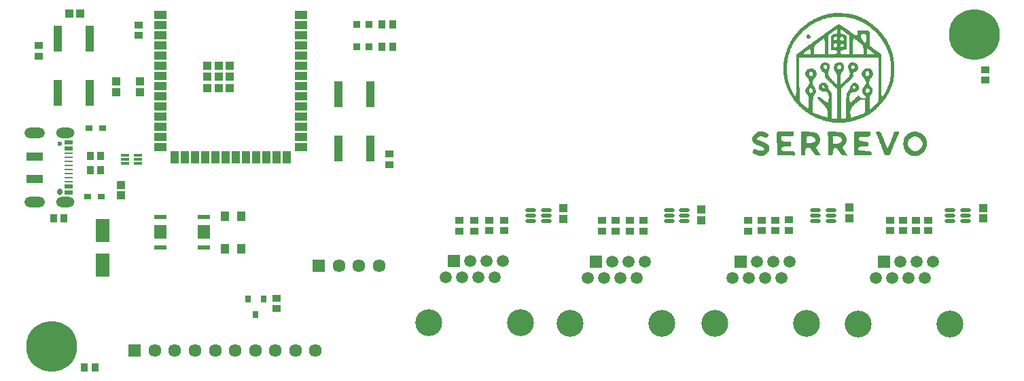
<source format=gts>
G04*
G04 #@! TF.GenerationSoftware,Altium Limited,Altium Designer,22.11.1 (43)*
G04*
G04 Layer_Color=8388736*
%FSLAX25Y25*%
%MOIN*%
G70*
G04*
G04 #@! TF.SameCoordinates,3125327F-633B-4DE6-8F98-D116A0B0FB6F*
G04*
G04*
G04 #@! TF.FilePolarity,Negative*
G04*
G01*
G75*
%ADD33R,0.06000X0.02000*%
%ADD34R,0.06000X0.07000*%
%ADD35R,0.03937X0.12598*%
%ADD36R,0.03543X0.03150*%
%ADD37R,0.03150X0.03543*%
%ADD38R,0.07874X0.03937*%
%ADD39R,0.03937X0.01063*%
%ADD40R,0.03937X0.02047*%
%ADD41R,0.03898X0.01181*%
%ADD43R,0.06699X0.11424*%
%ADD44R,0.03943X0.03943*%
%ADD45R,0.06306X0.03943*%
%ADD46R,0.03943X0.06306*%
%ADD47R,0.04140X0.03747*%
G04:AMPARAMS|DCode=48|XSize=50.85mil|YSize=19.75mil|CornerRadius=5.94mil|HoleSize=0mil|Usage=FLASHONLY|Rotation=180.000|XOffset=0mil|YOffset=0mil|HoleType=Round|Shape=RoundedRectangle|*
%AMROUNDEDRECTD48*
21,1,0.05085,0.00787,0,0,180.0*
21,1,0.03898,0.01975,0,0,180.0*
1,1,0.01187,-0.01949,0.00394*
1,1,0.01187,0.01949,0.00394*
1,1,0.01187,0.01949,-0.00394*
1,1,0.01187,-0.01949,-0.00394*
%
%ADD48ROUNDEDRECTD48*%
%ADD49R,0.04337X0.03943*%
%ADD50R,0.03747X0.04140*%
%ADD51R,0.03550X0.03550*%
%ADD52R,0.04337X0.05124*%
%ADD53R,0.03943X0.04337*%
%ADD54R,0.05904X0.05904*%
%ADD55C,0.05904*%
%ADD56C,0.13195*%
%ADD57C,0.24961*%
%ADD58C,0.06337*%
%ADD59R,0.06337X0.06337*%
G04:AMPARAMS|DCode=60|XSize=33.47mil|YSize=23.62mil|CornerRadius=11.81mil|HoleSize=0mil|Usage=FLASHONLY|Rotation=270.000|XOffset=0mil|YOffset=0mil|HoleType=Round|Shape=RoundedRectangle|*
%AMROUNDEDRECTD60*
21,1,0.03347,0.00000,0,0,270.0*
21,1,0.00984,0.02362,0,0,270.0*
1,1,0.02362,0.00000,-0.00492*
1,1,0.02362,0.00000,0.00492*
1,1,0.02362,0.00000,0.00492*
1,1,0.02362,0.00000,-0.00492*
%
%ADD60ROUNDEDRECTD60*%
%ADD61C,0.02362*%
G04:AMPARAMS|DCode=62|XSize=51.18mil|YSize=102.36mil|CornerRadius=25.59mil|HoleSize=0mil|Usage=FLASHONLY|Rotation=270.000|XOffset=0mil|YOffset=0mil|HoleType=Round|Shape=RoundedRectangle|*
%AMROUNDEDRECTD62*
21,1,0.05118,0.05118,0,0,270.0*
21,1,0.00000,0.10236,0,0,270.0*
1,1,0.05118,-0.02559,0.00000*
1,1,0.05118,-0.02559,0.00000*
1,1,0.05118,0.02559,0.00000*
1,1,0.05118,0.02559,0.00000*
%
%ADD62ROUNDEDRECTD62*%
G04:AMPARAMS|DCode=63|XSize=51.18mil|YSize=90.55mil|CornerRadius=25.59mil|HoleSize=0mil|Usage=FLASHONLY|Rotation=270.000|XOffset=0mil|YOffset=0mil|HoleType=Round|Shape=RoundedRectangle|*
%AMROUNDEDRECTD63*
21,1,0.05118,0.03937,0,0,270.0*
21,1,0.00000,0.09055,0,0,270.0*
1,1,0.05118,-0.01968,0.00000*
1,1,0.05118,-0.01968,0.00000*
1,1,0.05118,0.01968,0.00000*
1,1,0.05118,0.01968,0.00000*
%
%ADD63ROUNDEDRECTD63*%
G36*
X402412Y388378D02*
X403810Y388333D01*
X403946Y388288D01*
X404532Y388243D01*
X404667Y388197D01*
X405321Y388130D01*
X405818Y388085D01*
X406945Y387995D01*
X407486Y387904D01*
X407712Y387859D01*
X408253Y387724D01*
X408478Y387679D01*
X409561Y387498D01*
X410012Y387318D01*
X410260Y387250D01*
X410440Y387205D01*
X410779Y387138D01*
X411140Y387002D01*
X411433Y386844D01*
X411749Y386754D01*
X411929Y386709D01*
X412245Y386529D01*
X412651Y386348D01*
X412831Y386303D01*
X413057Y386213D01*
X413372Y385987D01*
X413598Y385897D01*
X413778Y385852D01*
X414094Y385627D01*
X414500Y385446D01*
X414793Y385333D01*
X414996Y385131D01*
X415424Y384973D01*
X415672Y384815D01*
X415763Y384725D01*
X416078Y384589D01*
X416169Y384544D01*
X416417Y384341D01*
X416529Y384228D01*
X416935Y384003D01*
X417161Y383777D01*
X417477Y383597D01*
X417589Y383529D01*
X417634Y383439D01*
X418018Y383191D01*
X418266Y382988D01*
X418334Y382920D01*
X418649Y382740D01*
X418965Y382424D01*
X419191Y382289D01*
X419506Y381973D01*
X419596Y381928D01*
X419957Y381567D01*
X420048Y381522D01*
X420453Y381116D01*
X420544Y381071D01*
X420904Y380710D01*
X420995Y380665D01*
X421152Y380507D01*
X421198Y380417D01*
X421265Y380350D01*
X421355Y380305D01*
X421513Y380147D01*
X421558Y380056D01*
X422010Y379605D01*
X422055Y379515D01*
X422122Y379448D01*
X422212Y379402D01*
X422325Y379290D01*
X422370Y379199D01*
X422573Y378951D01*
X422686Y378884D01*
X422731Y378794D01*
X422979Y378455D01*
X423069Y378410D01*
X423137Y378343D01*
X423317Y378027D01*
X423588Y377756D01*
X423814Y377350D01*
X424084Y377080D01*
X424220Y376854D01*
X424445Y376629D01*
X424671Y376223D01*
X424851Y376042D01*
X425122Y375546D01*
X425347Y375321D01*
X425415Y375073D01*
X425573Y374824D01*
X425708Y374689D01*
X425753Y374599D01*
X425843Y374373D01*
X426024Y374058D01*
X426159Y373922D01*
X426294Y373471D01*
X426475Y373156D01*
X426565Y373065D01*
X426655Y372840D01*
X426700Y372659D01*
X426790Y372434D01*
X427016Y372118D01*
X427106Y371802D01*
X427219Y371509D01*
X427399Y371239D01*
X427512Y370991D01*
X427625Y370517D01*
X427715Y370292D01*
X427918Y369953D01*
X427963Y369638D01*
X428053Y369277D01*
X428279Y368690D01*
X428369Y368375D01*
X428459Y367743D01*
X428572Y367225D01*
X428617Y367044D01*
X428730Y366661D01*
X428775Y366345D01*
X428820Y366165D01*
X428933Y364744D01*
X429023Y364158D01*
X429091Y363549D01*
X429136Y363098D01*
X429181Y362511D01*
X429226Y361519D01*
X429181Y358046D01*
X429136Y357911D01*
X429068Y357437D01*
X429023Y357167D01*
X428955Y356558D01*
X428910Y356377D01*
X428797Y355272D01*
X428707Y354821D01*
X428617Y354596D01*
X428504Y354303D01*
X428459Y354122D01*
X428301Y353423D01*
X428098Y353040D01*
X428008Y352724D01*
X427895Y352250D01*
X427602Y351687D01*
X427512Y351326D01*
X427286Y350920D01*
X427151Y350604D01*
X426993Y350176D01*
X426835Y350018D01*
X426745Y349792D01*
X426587Y349364D01*
X426475Y349251D01*
X426430Y349161D01*
X426339Y349071D01*
X426182Y348642D01*
X426069Y348484D01*
X425979Y348394D01*
X425933Y348304D01*
X425663Y347808D01*
X425527Y347672D01*
X425482Y347582D01*
X425212Y347086D01*
X425031Y346906D01*
X424806Y346500D01*
X424580Y346274D01*
X424355Y345868D01*
X424265Y345823D01*
X424220Y345733D01*
X424129Y345643D01*
X423949Y345327D01*
X423723Y345101D01*
X423678Y345011D01*
X423453Y344696D01*
X423227Y344470D01*
X423182Y344380D01*
X422866Y344064D01*
X422821Y343974D01*
X422731Y343884D01*
X422686Y343794D01*
X422528Y343681D01*
X422461Y343613D01*
X422415Y343523D01*
X422325Y343433D01*
X422280Y343342D01*
X421874Y342936D01*
X421829Y342846D01*
X421085Y342102D01*
X420995Y342057D01*
X420589Y341651D01*
X420499Y341606D01*
X420138Y341245D01*
X420048Y341200D01*
X419687Y340839D01*
X419596Y340794D01*
X419348Y340591D01*
X419303Y340501D01*
X419033Y340321D01*
X418785Y340072D01*
X418694Y340027D01*
X418379Y339802D01*
X418198Y339621D01*
X418108Y339576D01*
X417792Y339396D01*
X417522Y339125D01*
X417206Y338945D01*
X416981Y338719D01*
X416755Y338629D01*
X416529Y338494D01*
X416214Y338268D01*
X415966Y338201D01*
X415808Y338133D01*
X415560Y337930D01*
X415312Y337817D01*
X415019Y337705D01*
X414816Y337502D01*
X414500Y337366D01*
X414319Y337321D01*
X414004Y337141D01*
X413913Y337051D01*
X413688Y336960D01*
X413395Y336893D01*
X413169Y336803D01*
X413057Y336690D01*
X412966Y336645D01*
X412741Y336555D01*
X412560Y336509D01*
X412267Y336442D01*
X412087Y336397D01*
X411703Y336194D01*
X411478Y336103D01*
X411095Y336036D01*
X410914Y335991D01*
X410689Y335900D01*
X410395Y335743D01*
X410080Y335652D01*
X409696Y335585D01*
X409516Y335540D01*
X409155Y335404D01*
X408930Y335314D01*
X408749Y335269D01*
X408478Y335224D01*
X408118Y335179D01*
X407892Y335134D01*
X407531Y335044D01*
X407148Y334931D01*
X406787Y334840D01*
X406020Y334750D01*
X405840Y334705D01*
X405569Y334660D01*
X405344Y334570D01*
X405028Y334525D01*
X404848Y334480D01*
X404013Y334412D01*
X403247Y334367D01*
X401330Y334344D01*
X401194Y334389D01*
X399932Y334435D01*
X399796Y334480D01*
X399255Y334525D01*
X399120Y334570D01*
X398804Y334660D01*
X398623Y334705D01*
X398308Y334750D01*
X397857Y334795D01*
X397676Y334840D01*
X397338Y334908D01*
X396819Y335066D01*
X396639Y335111D01*
X396098Y335201D01*
X395714Y335269D01*
X395534Y335314D01*
X395151Y335472D01*
X394925Y335562D01*
X394542Y335630D01*
X394271Y335675D01*
X394045Y335765D01*
X393527Y336013D01*
X392828Y336171D01*
X392354Y336419D01*
X392174Y336464D01*
X391881Y336532D01*
X391700Y336577D01*
X391542Y336645D01*
X391272Y336825D01*
X390956Y336915D01*
X390595Y337051D01*
X390279Y337276D01*
X390099Y337321D01*
X389738Y337456D01*
X389490Y337660D01*
X389422Y337727D01*
X389174Y337795D01*
X388949Y337885D01*
X388881Y337953D01*
X388791Y337998D01*
X388656Y338133D01*
X388430Y338223D01*
X388137Y338336D01*
X387979Y338494D01*
X387889Y338539D01*
X387303Y338855D01*
X387122Y339035D01*
X387032Y339080D01*
X386716Y339306D01*
X386581Y339441D01*
X386175Y339667D01*
X385995Y339847D01*
X385904Y339892D01*
X385566Y340095D01*
X385521Y340185D01*
X385453Y340253D01*
X385363Y340298D01*
X384957Y340614D01*
X384822Y340749D01*
X384732Y340794D01*
X384642Y340884D01*
X384551Y340930D01*
X384191Y341290D01*
X384100Y341335D01*
X383785Y341651D01*
X383694Y341696D01*
X383604Y341786D01*
X383514Y341831D01*
X383401Y341944D01*
X383356Y342035D01*
X383085Y342215D01*
X382950Y342350D01*
X382905Y342440D01*
X382792Y342553D01*
X382702Y342598D01*
X382544Y342756D01*
X382499Y342846D01*
X382093Y343252D01*
X382048Y343342D01*
X381642Y343748D01*
X381597Y343839D01*
X381191Y344245D01*
X381146Y344335D01*
X380830Y344651D01*
X380785Y344741D01*
X380560Y345056D01*
X380379Y345237D01*
X380199Y345552D01*
X379973Y345778D01*
X379793Y346094D01*
X379590Y346342D01*
X379522Y346410D01*
X379319Y346793D01*
X379229Y346838D01*
X379116Y346951D01*
X378981Y347266D01*
X378936Y347357D01*
X378733Y347605D01*
X378665Y347672D01*
X378553Y347966D01*
X378395Y348214D01*
X378259Y348349D01*
X378169Y348574D01*
X377944Y348980D01*
X377808Y349116D01*
X377651Y349544D01*
X377538Y349702D01*
X377357Y349973D01*
X377290Y350266D01*
X377245Y350446D01*
X377019Y350807D01*
X376906Y351055D01*
X376839Y351303D01*
X376726Y351596D01*
X376500Y351912D01*
X376433Y352205D01*
X376388Y352431D01*
X376252Y352792D01*
X376049Y353265D01*
X375892Y353964D01*
X375643Y354528D01*
X375598Y354709D01*
X375531Y355137D01*
X375486Y355363D01*
X375441Y355543D01*
X375238Y356197D01*
X375147Y356738D01*
X375080Y357257D01*
X374899Y358339D01*
X374854Y358565D01*
X374809Y358835D01*
X374764Y359196D01*
X374719Y360414D01*
X374696Y361248D01*
Y361294D01*
X374764Y363075D01*
X374832Y364045D01*
X374877Y364180D01*
X374944Y364428D01*
X374990Y364609D01*
X375080Y365060D01*
X375125Y365420D01*
X375170Y365962D01*
X375215Y366232D01*
X375260Y366413D01*
X375441Y366864D01*
X375508Y367112D01*
X375553Y367427D01*
X375598Y367608D01*
X375666Y367901D01*
X375801Y368262D01*
X375892Y368488D01*
X375959Y368736D01*
X376027Y369029D01*
X376072Y369209D01*
X376162Y369435D01*
X376320Y369728D01*
X376410Y370043D01*
X376478Y370337D01*
X376591Y370630D01*
X376861Y371216D01*
X376929Y371464D01*
X377019Y371690D01*
X377132Y371802D01*
X377177Y371893D01*
X377267Y372118D01*
X377312Y372299D01*
X377425Y372592D01*
X377538Y372705D01*
X377583Y372795D01*
X377718Y373111D01*
X377786Y373359D01*
X377853Y373516D01*
X377944Y373607D01*
X377989Y373697D01*
X378079Y373787D01*
X378147Y374035D01*
X378282Y374396D01*
X378440Y374554D01*
X378485Y374644D01*
X378620Y374960D01*
X378801Y375275D01*
X378936Y375411D01*
X379071Y375727D01*
X379116Y375817D01*
X379297Y375997D01*
X379342Y376087D01*
X379522Y376403D01*
X379725Y376651D01*
X379838Y376764D01*
X380018Y377080D01*
X380244Y377305D01*
X380289Y377395D01*
X380605Y377801D01*
X380740Y377937D01*
X380875Y378162D01*
X381101Y378388D01*
X381146Y378478D01*
X381281Y378613D01*
X381327Y378703D01*
X381732Y379109D01*
X381778Y379199D01*
X381890Y379312D01*
X381980Y379357D01*
X382093Y379470D01*
X382138Y379560D01*
X382386Y379808D01*
X382477Y379853D01*
X382589Y380011D01*
X382792Y380214D01*
X382882Y380259D01*
X382950Y380327D01*
X382995Y380417D01*
X383243Y380665D01*
X383334Y380710D01*
X383401Y380778D01*
X383446Y380868D01*
X383604Y381026D01*
X383694Y381071D01*
X384100Y381477D01*
X384191Y381522D01*
X384281Y381612D01*
X384371Y381658D01*
X384687Y381973D01*
X384912Y382109D01*
X385183Y382379D01*
X385273Y382424D01*
X385521Y382627D01*
X385679Y382785D01*
X385769Y382830D01*
X386017Y383033D01*
X386175Y383191D01*
X386265Y383236D01*
X386581Y383462D01*
X386716Y383597D01*
X386807Y383642D01*
X387212Y383868D01*
X387393Y384048D01*
X387483Y384093D01*
X387889Y384319D01*
X388024Y384454D01*
X388115Y384499D01*
X388340Y384589D01*
X388656Y384770D01*
X388791Y384905D01*
X389107Y385040D01*
X389400Y385153D01*
X389558Y385311D01*
X389783Y385401D01*
X390099Y385491D01*
X390415Y385672D01*
X390505Y385762D01*
X390731Y385852D01*
X390911Y385897D01*
X391204Y386010D01*
X391272Y386078D01*
X391362Y386123D01*
X391452Y386213D01*
X391768Y386303D01*
X392196Y386461D01*
X392264Y386529D01*
X392354Y386574D01*
X392670Y386709D01*
X392963Y386777D01*
X393144Y386822D01*
X393369Y386912D01*
X393437Y386980D01*
X393752Y387115D01*
X393933Y387160D01*
X394226Y387228D01*
X394451Y387318D01*
X394519Y387386D01*
X394835Y387521D01*
X395015Y387566D01*
X395331Y387611D01*
X395760Y387679D01*
X395940Y387724D01*
X396188Y387792D01*
X396413Y387882D01*
X397180Y388017D01*
X397767Y388062D01*
X397947Y388107D01*
X398421Y388175D01*
X398781Y388265D01*
X399007Y388310D01*
X399458Y388355D01*
X399999Y388401D01*
X402277Y388423D01*
X402412Y388378D01*
D02*
G37*
G36*
X379816Y330014D02*
X379928Y329902D01*
X379973Y329586D01*
X379928Y329270D01*
X379883Y328368D01*
X379725Y328165D01*
X379635Y328120D01*
X379545Y328030D01*
X379455Y327985D01*
X379229Y327895D01*
X378778Y327850D01*
X377335D01*
X373997Y327804D01*
X373885Y327692D01*
X373930Y325797D01*
X374042Y325640D01*
X374132Y325594D01*
X374448Y325369D01*
X374990Y325279D01*
X378011Y325234D01*
X378327Y325008D01*
X378530Y324850D01*
X378620Y324625D01*
X378665Y324038D01*
X378620Y323226D01*
X378417Y322978D01*
X378102Y322753D01*
X377786Y322663D01*
X377222Y322640D01*
X374899Y322663D01*
X374764Y322618D01*
X374426Y322550D01*
X374065Y322324D01*
X373930Y322189D01*
X373885Y322009D01*
X373930Y321016D01*
X374132Y320813D01*
X374223Y320768D01*
X374448Y320633D01*
X374629Y320588D01*
X375756Y320543D01*
X379635Y320498D01*
X379770Y320453D01*
X379861Y320408D01*
X380109Y320205D01*
X380244Y320114D01*
X380289Y320024D01*
X380379Y319799D01*
X380334Y318446D01*
X380221Y318333D01*
X379906Y318288D01*
X379455Y318333D01*
X371945Y318310D01*
X371787Y318378D01*
X371674Y318491D01*
X371652Y318784D01*
X371674Y324354D01*
X371629Y324489D01*
X371584Y328098D01*
X371539Y328233D01*
X371494Y328909D01*
X371359Y329225D01*
X371404Y329586D01*
X371742Y329924D01*
X371922Y329969D01*
X372216Y329992D01*
X372464Y329969D01*
X372599Y330014D01*
X373727Y330060D01*
X379816Y330014D01*
D02*
G37*
G36*
X417477D02*
X417589Y329902D01*
X417634Y329721D01*
X417589Y329135D01*
X417544Y328684D01*
X417499Y328413D01*
X417274Y328098D01*
X417229Y328007D01*
X417116Y327850D01*
X416890Y327759D01*
X416394Y327714D01*
X416169Y327624D01*
X415853Y327579D01*
X413124Y327602D01*
X412899Y327556D01*
X412718Y327511D01*
X412222Y327466D01*
X412064Y327398D01*
X411906Y327241D01*
X411816Y326925D01*
X411771Y326745D01*
X411816Y326158D01*
X411906Y325933D01*
X411951Y325842D01*
X412154Y325640D01*
X412651Y325414D01*
X413102Y325369D01*
X413959Y325324D01*
X414094Y325279D01*
X415470Y325211D01*
X415650Y325166D01*
X416281Y324805D01*
X416327Y324715D01*
X416417Y324489D01*
X416462Y324309D01*
X416552Y323993D01*
X416507Y323632D01*
X416417Y323407D01*
X416236Y323091D01*
X415672Y322843D01*
X415221Y322798D01*
X414883Y322730D01*
X412989Y322685D01*
X412583Y322640D01*
X412154Y322572D01*
X411749Y322347D01*
X411636Y322234D01*
X411546Y321873D01*
X411613Y321580D01*
X411884Y321129D01*
X412064Y320949D01*
X412380Y320904D01*
X412876Y320859D01*
X413011Y320813D01*
X413553Y320678D01*
X413868Y320633D01*
X416259Y320588D01*
X416394Y320543D01*
X417431Y320498D01*
X417680Y320295D01*
X417950Y320024D01*
X418040Y319708D01*
X417995Y318897D01*
X417882Y318739D01*
X417792Y318694D01*
X417657Y318558D01*
X417567Y318513D01*
X417477Y318423D01*
X417296Y318378D01*
X415627Y318333D01*
X410057Y318310D01*
X409787Y318355D01*
X409629Y318423D01*
X409516Y318536D01*
X409471Y318806D01*
X409516Y318942D01*
Y323046D01*
Y323091D01*
X409493Y329699D01*
X409584Y329924D01*
X409674Y329969D01*
X409809Y330014D01*
X409990Y330060D01*
X417477Y330014D01*
D02*
G37*
G36*
X365067D02*
X365202Y329969D01*
X365450Y329902D01*
X366014Y329654D01*
X366375Y329518D01*
X366623Y329315D01*
X366871Y329203D01*
X367164Y329090D01*
X367344Y328909D01*
X367480Y328594D01*
X367502Y328436D01*
X367457Y328256D01*
X367322Y327895D01*
X367254Y327827D01*
X367209Y327737D01*
X366781Y327308D01*
X366330Y327173D01*
X366014Y327128D01*
X365879Y327173D01*
X365585Y327286D01*
X365337Y327353D01*
X365157Y327398D01*
X364774Y327466D01*
X364323Y327647D01*
X364142Y327692D01*
X363872Y327737D01*
X363037Y327759D01*
X362721Y327579D01*
X362451Y327398D01*
X362361Y327353D01*
X362203Y327196D01*
X362068Y326970D01*
X361932Y326835D01*
X361842Y326609D01*
X361887Y326384D01*
X362045Y326226D01*
X362496Y326000D01*
X362519Y325978D01*
X362857Y325775D01*
X363150Y325707D01*
X363330Y325662D01*
X363556Y325572D01*
X363623Y325504D01*
X363714Y325459D01*
X363939Y325369D01*
X364120Y325324D01*
X364638Y325211D01*
X364864Y325121D01*
X364977Y325008D01*
X365202Y324918D01*
X365563Y324828D01*
X365879Y324647D01*
X366014Y324512D01*
X366510Y324241D01*
X366690Y324061D01*
X366781Y324016D01*
X367029Y323813D01*
X367435Y323407D01*
X367480Y323317D01*
X367705Y323091D01*
X367750Y323001D01*
X367841Y322776D01*
X367908Y322527D01*
X367953Y322347D01*
X367976Y321783D01*
X367931Y321648D01*
X367863Y321355D01*
X367818Y321084D01*
X367773Y320859D01*
X367547Y320498D01*
X367480Y320430D01*
X367254Y320024D01*
X366984Y319754D01*
X366939Y319663D01*
X366826Y319551D01*
X366736Y319506D01*
X366330Y319100D01*
X366240Y319055D01*
X365969Y318784D01*
X365540Y318626D01*
X365428Y318513D01*
X365337Y318468D01*
X365022Y318333D01*
X364683Y318265D01*
X364435Y318197D01*
X364074Y318107D01*
X363759Y318062D01*
X363421Y318130D01*
X363037Y318243D01*
X362857Y318288D01*
X362428Y318355D01*
X362203Y318401D01*
X361639Y318694D01*
X361459Y318739D01*
X361165Y318806D01*
X360466Y319190D01*
X360151Y319370D01*
X360038Y319483D01*
X359993Y319573D01*
X359880Y319686D01*
X359790Y319731D01*
X359722Y319799D01*
X359632Y320024D01*
X359677Y320295D01*
X359948Y320881D01*
X360060Y321174D01*
X360173Y321332D01*
X360241Y321400D01*
X360331Y321445D01*
X360421Y321535D01*
X360511Y321580D01*
X360647Y321625D01*
X360917Y321580D01*
X361323Y321400D01*
X361571Y321332D01*
X361729Y321265D01*
X362045Y321039D01*
X362361Y320949D01*
X362654Y320881D01*
X362879Y320791D01*
X363127Y320678D01*
X363443Y320633D01*
X364300Y320678D01*
X364616Y320813D01*
X364796Y320859D01*
X365112Y321039D01*
X365225Y321152D01*
X365315Y321467D01*
X365270Y321783D01*
X365089Y322099D01*
X364977Y322212D01*
X364661Y322392D01*
X364571Y322482D01*
X364480Y322527D01*
X364255Y322618D01*
X364074Y322663D01*
X363826Y322730D01*
X363669Y322798D01*
X363398Y322978D01*
X363218Y323024D01*
X362902Y323114D01*
X362496Y323339D01*
X362090Y323520D01*
X361842Y323587D01*
X361594Y323745D01*
X361098Y323971D01*
X360872Y324106D01*
X360308Y324535D01*
X360038Y324805D01*
X359903Y325121D01*
X359632Y325707D01*
X359587Y325888D01*
X359542Y326564D01*
X359587Y326699D01*
X359632Y327376D01*
X359812Y327692D01*
X360128Y328278D01*
X360444Y328594D01*
X360489Y328684D01*
X360557Y328752D01*
X360647Y328797D01*
X361007Y329158D01*
X361233Y329293D01*
X361459Y329518D01*
X361684Y329609D01*
X361932Y329676D01*
X362496Y329969D01*
X362676Y330014D01*
X363398Y330060D01*
X365067Y330014D01*
D02*
G37*
G36*
X431504D02*
X431662Y329857D01*
Y329721D01*
X431639Y329699D01*
X431436Y329361D01*
X431368Y329113D01*
X431211Y328864D01*
X431075Y328639D01*
X431030Y328458D01*
X430895Y328098D01*
X430805Y328007D01*
X430759Y327917D01*
X430579Y327511D01*
X430511Y327263D01*
X430399Y327105D01*
X430218Y326835D01*
X430151Y326587D01*
X430105Y326406D01*
X430038Y326248D01*
X429812Y325888D01*
X429722Y325572D01*
X429677Y325391D01*
X429452Y324986D01*
X429316Y324670D01*
X429271Y324399D01*
X429181Y324174D01*
X428865Y323497D01*
X428752Y323024D01*
X428572Y322753D01*
X428459Y322460D01*
X428392Y322122D01*
X428346Y321941D01*
X428256Y321715D01*
X428189Y321648D01*
X428053Y321332D01*
X427963Y320971D01*
X427828Y320610D01*
X427602Y320114D01*
X427512Y319754D01*
X427377Y319528D01*
X427151Y319212D01*
X427106Y319032D01*
X426903Y318739D01*
X426813Y318694D01*
X426497Y318378D01*
X426182Y318333D01*
X425054Y318378D01*
X424806Y318581D01*
X424738Y318649D01*
X424648Y318694D01*
X424490Y318851D01*
X424265Y319257D01*
X424174Y319348D01*
X424084Y319573D01*
X423971Y320092D01*
X423881Y320317D01*
X423814Y320385D01*
X423769Y320475D01*
X423678Y320701D01*
X423633Y320881D01*
X423520Y321355D01*
X423227Y321919D01*
X423160Y322257D01*
X423024Y322618D01*
X422957Y322685D01*
X422912Y322776D01*
X422776Y323091D01*
X422663Y323565D01*
X422415Y324038D01*
X422280Y324580D01*
X422190Y324805D01*
X421964Y325121D01*
X421897Y325369D01*
X421852Y325594D01*
X421739Y325888D01*
X421513Y326384D01*
X421423Y326745D01*
X421310Y327038D01*
X421243Y327105D01*
X421198Y327196D01*
X421062Y327511D01*
X421017Y327692D01*
X420859Y328120D01*
X420656Y328458D01*
X420589Y328752D01*
X420544Y328977D01*
X420295Y329451D01*
X420273Y329654D01*
X420363Y329879D01*
X420453Y329969D01*
X420814Y330060D01*
X422077Y330014D01*
X422325Y329812D01*
X422483Y329654D01*
X422573Y329609D01*
X422731Y329451D01*
X422844Y329158D01*
X423069Y328797D01*
X423182Y328549D01*
X423295Y328075D01*
X423363Y327917D01*
X423543Y327647D01*
X423633Y327421D01*
X423701Y327083D01*
X423791Y326857D01*
X423994Y326519D01*
X424129Y325978D01*
X424242Y325685D01*
X424445Y325346D01*
X424558Y324828D01*
X424716Y324399D01*
X424896Y323993D01*
X424986Y323632D01*
X425099Y323339D01*
X425347Y322776D01*
X425392Y322595D01*
X425460Y322167D01*
X425550Y322031D01*
X425776Y322076D01*
X426024Y322279D01*
X426069Y322370D01*
X426204Y322685D01*
X426317Y322978D01*
X426384Y323046D01*
X426430Y323136D01*
X426520Y323226D01*
X426655Y323677D01*
X426790Y324038D01*
X426881Y324129D01*
X426926Y324219D01*
X427106Y324625D01*
X427151Y324895D01*
X427377Y325256D01*
X427467Y325482D01*
X427535Y325775D01*
X427647Y326068D01*
X427828Y326339D01*
X427963Y326790D01*
X428031Y327083D01*
X428234Y327466D01*
X428324Y327692D01*
X428482Y328391D01*
X428730Y328955D01*
X428820Y329541D01*
X428910Y329631D01*
X428955Y329721D01*
X429113Y329879D01*
X429203Y329924D01*
X429429Y330014D01*
X429609Y330060D01*
X431504Y330014D01*
D02*
G37*
G36*
X384867Y330060D02*
X386964Y329992D01*
X388633Y329947D01*
X389174Y329857D01*
X389716Y329721D01*
X389986Y329676D01*
X390347Y329631D01*
X390843Y329541D01*
X391001Y329428D01*
X391181Y329248D01*
X391272Y329203D01*
X391520Y329000D01*
X391655Y328864D01*
X391700Y328774D01*
X391858Y328661D01*
X392016Y328504D01*
X392241Y328098D01*
X392377Y327962D01*
X392512Y327647D01*
X392625Y327353D01*
X392783Y327060D01*
X392828Y326880D01*
X392873Y326564D01*
X392828Y325391D01*
X392512Y324715D01*
X392467Y324535D01*
X392286Y324219D01*
X392151Y324083D01*
X391881Y323587D01*
X391813Y323520D01*
X391745Y323497D01*
X391700Y323407D01*
X391610Y323317D01*
X391565Y323226D01*
X391542Y323204D01*
X391520Y323181D01*
X391249Y322911D01*
X391204Y322821D01*
X391001Y322572D01*
X390911Y322527D01*
X390798Y322324D01*
X390843Y321964D01*
X391114Y321693D01*
X391339Y321287D01*
X391475Y321152D01*
X391520Y321061D01*
X391745Y320656D01*
X391971Y320430D01*
X392196Y320024D01*
X392332Y319889D01*
X392377Y319799D01*
X392602Y319393D01*
X392805Y319145D01*
X392873Y319077D01*
X392918Y318987D01*
X393121Y318739D01*
X393189Y318671D01*
X393234Y318536D01*
X393121Y318378D01*
X392940Y318333D01*
X390979Y318310D01*
X390821Y318378D01*
X390415Y318784D01*
X390324Y318829D01*
X390257Y318897D01*
X390212Y318987D01*
X389896Y319303D01*
X389851Y319393D01*
X389625Y319708D01*
X389490Y319844D01*
X389445Y320024D01*
X389265Y320340D01*
X389084Y320520D01*
X389039Y320610D01*
X388814Y320926D01*
X388633Y321107D01*
X388588Y321197D01*
X388475Y321310D01*
X388385Y321355D01*
X388295Y321445D01*
X388227Y321467D01*
X388182Y321558D01*
X388024Y321715D01*
X387528Y321986D01*
X387122Y322167D01*
X386536Y322212D01*
X386220Y322167D01*
X386062Y322054D01*
X385882Y321738D01*
X385701Y321467D01*
X385656Y321287D01*
X385611Y320971D01*
X385566Y320385D01*
X385521Y318897D01*
X385296Y318581D01*
X385138Y318423D01*
X384822Y318333D01*
X383627Y318310D01*
X383469Y318378D01*
X383356Y318491D01*
X383401Y329992D01*
X383514Y330105D01*
X383694Y330150D01*
X384867Y330060D01*
D02*
G37*
G36*
X399977Y330014D02*
X400112Y329969D01*
X401871Y329924D01*
X402006Y329879D01*
X402345Y329812D01*
X402593Y329744D01*
X402908Y329699D01*
X403089Y329654D01*
X403652Y329586D01*
X403878Y329496D01*
X403946Y329428D01*
X404036Y329383D01*
X404261Y329158D01*
X404487Y329022D01*
X404555Y328955D01*
X404600Y328864D01*
X404757Y328707D01*
X404848Y328661D01*
X405006Y328504D01*
X405096Y328278D01*
X405299Y328030D01*
X405366Y327962D01*
X405502Y327647D01*
X405547Y327466D01*
X405818Y326880D01*
X405863Y326564D01*
X405818Y325482D01*
X405547Y324895D01*
X405366Y324399D01*
X405163Y324151D01*
X404870Y323632D01*
X404645Y323407D01*
X404600Y323317D01*
X404397Y323069D01*
X404307Y323024D01*
X404239Y322956D01*
X404194Y322866D01*
X403991Y322618D01*
X403833Y322505D01*
X403743Y322279D01*
X403788Y321964D01*
X404104Y321648D01*
X404329Y321242D01*
X404555Y321016D01*
X404780Y320610D01*
X404960Y320430D01*
X405006Y320340D01*
X405254Y319956D01*
X405321Y319934D01*
X405366Y319844D01*
X405547Y319528D01*
X405750Y319280D01*
X405818Y319212D01*
X406020Y318874D01*
X406111Y318829D01*
X406269Y318671D01*
X406223Y318401D01*
X406156Y318333D01*
X405795Y318288D01*
X405660Y318333D01*
X403856Y318378D01*
X403607Y318581D01*
X403495Y318694D01*
X403404Y318739D01*
X403111Y319032D01*
X403066Y319122D01*
X402886Y319303D01*
X402705Y319618D01*
X402480Y319844D01*
X402209Y320340D01*
X402029Y320520D01*
X401803Y320926D01*
X401623Y321107D01*
X401578Y321197D01*
X401488Y321287D01*
X401442Y321377D01*
X401172Y321603D01*
X401127Y321693D01*
X400788Y321896D01*
X400292Y322122D01*
X399886Y322076D01*
X399481Y321761D01*
X399413Y321693D01*
X399323Y321467D01*
X399165Y321039D01*
X399120Y320859D01*
X399052Y320295D01*
Y320250D01*
X399007Y319393D01*
X398962Y319077D01*
X398917Y318897D01*
X398601Y318491D01*
X398533Y318423D01*
X398218Y318333D01*
X397022Y318310D01*
X396797Y318446D01*
X396752Y318761D01*
X396797Y319348D01*
X396752Y326609D01*
X396707Y326745D01*
X396661Y328278D01*
X396616Y328413D01*
X396571Y328955D01*
X396481Y329180D01*
X396436Y329496D01*
X396481Y329857D01*
X396549Y329924D01*
X396774Y330014D01*
X397225Y330060D01*
X399977Y330014D01*
D02*
G37*
G36*
X440344D02*
X440479Y329969D01*
X440727Y329902D01*
X440953Y329812D01*
X441201Y329699D01*
X441562Y329609D01*
X441855Y329541D01*
X442103Y329383D01*
X442509Y329203D01*
X442825Y329022D01*
X443050Y328797D01*
X443366Y328616D01*
X443569Y328413D01*
X443614Y328323D01*
X443727Y328210D01*
X443817Y328165D01*
X443885Y328098D01*
X443930Y328007D01*
X444245Y327602D01*
X444336Y327511D01*
X444426Y327286D01*
X444606Y326970D01*
X444832Y326654D01*
X444944Y326136D01*
X445192Y325617D01*
X445238Y325301D01*
X445283Y324715D01*
Y324174D01*
Y324129D01*
X445215Y323429D01*
X445170Y323204D01*
X444922Y322640D01*
X444877Y322324D01*
X444764Y322031D01*
X444516Y321693D01*
X444403Y321400D01*
X444245Y321152D01*
X444110Y321016D01*
X444065Y320926D01*
X443772Y320498D01*
X443681Y320453D01*
X443501Y320182D01*
X442870Y319551D01*
X442779Y319506D01*
X442667Y319348D01*
X442509Y319190D01*
X442193Y319009D01*
X442013Y318829D01*
X441697Y318694D01*
X441381Y318513D01*
X441066Y318378D01*
X440885Y318333D01*
X440457Y318265D01*
X440209Y318197D01*
X440028Y318152D01*
X439803Y318062D01*
X439487Y317972D01*
X438991Y318017D01*
X438856Y318062D01*
X438404Y318107D01*
X438179Y318197D01*
X437998Y318243D01*
X437683Y318288D01*
X437502Y318333D01*
X437209Y318446D01*
X437051Y318603D01*
X436736Y318739D01*
X436443Y318851D01*
X436375Y318919D01*
X436285Y318964D01*
X436149Y319100D01*
X435834Y319280D01*
X435676Y319438D01*
X435631Y319528D01*
X435473Y319641D01*
X435315Y319799D01*
X435270Y319889D01*
X434909Y320250D01*
X434728Y320565D01*
X434548Y320746D01*
X434458Y320971D01*
X434413Y321152D01*
X434187Y321558D01*
X434097Y321648D01*
X434007Y321964D01*
X433939Y322257D01*
X433804Y322618D01*
X433736Y322821D01*
X433646Y323181D01*
X433601Y323768D01*
X433646Y325482D01*
X433691Y325617D01*
X433872Y326068D01*
X433962Y326384D01*
X434007Y326564D01*
X434120Y326857D01*
X434232Y326970D01*
X434277Y327060D01*
X434593Y327647D01*
X434774Y327827D01*
X434819Y327917D01*
X435044Y328233D01*
X435112Y328301D01*
X435202Y328346D01*
X435315Y328458D01*
X435360Y328549D01*
X435473Y328661D01*
X435563Y328707D01*
X435879Y328932D01*
X435969Y329022D01*
X436059Y329067D01*
X436555Y329338D01*
X436736Y329518D01*
X436961Y329609D01*
X437254Y329676D01*
X437435Y329721D01*
X437818Y329879D01*
X438134Y329969D01*
X438314Y330014D01*
X438630Y330060D01*
X440344Y330014D01*
D02*
G37*
%LPC*%
G36*
X400157Y376786D02*
X400022Y376741D01*
X399706Y376561D01*
X399548Y376403D01*
X399458Y376178D01*
X399413Y375997D01*
Y375817D01*
Y375772D01*
X399526Y375478D01*
X399751Y375253D01*
X399841Y375208D01*
X400157Y375073D01*
X400518Y375118D01*
X400924Y375433D01*
X400991Y375501D01*
X401082Y375727D01*
X401127Y375997D01*
X401082Y376132D01*
X400991Y376358D01*
X400901Y376448D01*
X400856Y376538D01*
X400788Y376606D01*
X400698Y376651D01*
X400473Y376741D01*
X400157Y376786D01*
D02*
G37*
G36*
X403540Y376741D02*
X403134Y376696D01*
X402886Y376493D01*
X402863Y376426D01*
X402773Y376380D01*
X402525Y376132D01*
X402480Y375952D01*
X402435Y375817D01*
X402480Y375681D01*
X402525Y375456D01*
X402615Y375366D01*
X402660Y375275D01*
X402728Y375208D01*
X402818Y375163D01*
X402908Y375073D01*
X402998Y375027D01*
X403585Y374757D01*
X403856Y374802D01*
X404104Y375005D01*
X404307Y375208D01*
X404329Y375230D01*
X404419Y375456D01*
X404374Y375727D01*
X404284Y375952D01*
X404058Y376358D01*
X403720Y376696D01*
X403540Y376741D01*
D02*
G37*
G36*
X414770Y378049D02*
X413327Y378004D01*
X413079Y377801D01*
X412944Y377666D01*
X412853Y377440D01*
X412899Y376313D01*
X413124Y375907D01*
X413260Y375591D01*
X413372Y375298D01*
X413665Y375005D01*
X413801Y374779D01*
X414116Y374464D01*
X414161Y374373D01*
X414274Y374216D01*
X414364Y374170D01*
X414613Y373968D01*
X414680Y373900D01*
X414861Y373855D01*
X415086Y373900D01*
X415199Y374013D01*
X415267Y374170D01*
X415289Y374193D01*
X415334Y374779D01*
X415379Y374960D01*
X415334Y377485D01*
X414996Y377959D01*
X414770Y378049D01*
D02*
G37*
G36*
X403540Y373313D02*
X403495Y373268D01*
X403449D01*
X403224Y373133D01*
X403021Y372930D01*
X402976Y372840D01*
X402886Y372614D01*
X402931Y372163D01*
X403134Y371915D01*
X403449Y371690D01*
X403856Y371735D01*
X404419Y372299D01*
X404509Y372524D01*
X404464Y372885D01*
X404261Y373133D01*
X404171Y373223D01*
X403923Y373291D01*
X403540Y373313D01*
D02*
G37*
G36*
X400292Y373719D02*
X399999Y373607D01*
X399751Y373359D01*
X399661Y373313D01*
X399458Y373111D01*
X399413Y372795D01*
X399458Y372163D01*
X399661Y371915D01*
X399932Y371645D01*
X400112Y371600D01*
X400428Y371645D01*
X400473D01*
X400901Y371938D01*
X400991Y372028D01*
X401082Y372254D01*
X401127Y372614D01*
X401082Y372750D01*
X401037Y373111D01*
X400834Y373359D01*
X400721Y373471D01*
X400676Y373562D01*
X400608Y373629D01*
X400292Y373719D01*
D02*
G37*
G36*
X416033Y370968D02*
X415943Y370923D01*
X415875Y370675D01*
Y370630D01*
Y370585D01*
X415853Y368442D01*
X415898Y368262D01*
X415988Y368172D01*
X416169Y368127D01*
X416687Y368149D01*
X418559Y368127D01*
X418649Y368172D01*
X418785Y368127D01*
X418920Y368172D01*
X419145Y368217D01*
X419258Y368330D01*
X419213Y368510D01*
X419010Y368758D01*
X418740Y368938D01*
X418514Y369074D01*
X418289Y369299D01*
X418198Y369344D01*
X417882Y369570D01*
X417657Y369795D01*
X417341Y369976D01*
X417071Y370247D01*
X416755Y370427D01*
X416574Y370607D01*
X416484Y370652D01*
X416214Y370923D01*
X416033Y370968D01*
D02*
G37*
G36*
X409403Y375794D02*
X409200Y375681D01*
X409110Y375456D01*
X409065Y375275D01*
X408975Y374373D01*
X408930Y372569D01*
X408952Y368848D01*
X408930Y368330D01*
X409042Y368172D01*
X409223Y368127D01*
X409741Y368149D01*
X413913Y368127D01*
X414071Y368239D01*
X414116Y368420D01*
X414071Y369277D01*
Y369863D01*
Y369908D01*
X414026Y370043D01*
X413981Y371036D01*
X413936Y371171D01*
X413823Y371690D01*
X413756Y371938D01*
X413665Y372299D01*
X413553Y372592D01*
X413440Y372750D01*
X413260Y372930D01*
X413214Y373020D01*
X413102Y373178D01*
X413011Y373223D01*
X412763Y373426D01*
X412560Y373629D01*
X412470Y373674D01*
X412154Y373900D01*
X411929Y374125D01*
X411613Y374306D01*
X411388Y374531D01*
X411072Y374712D01*
X410801Y374982D01*
X410395Y375208D01*
X410215Y375388D01*
X409719Y375659D01*
X409629Y375749D01*
X409403Y375794D01*
D02*
G37*
G36*
X403179Y380350D02*
X402998Y380305D01*
X402886Y380056D01*
X402931Y378794D01*
X403134Y378545D01*
X403247Y378388D01*
X403449Y378139D01*
X403743Y378072D01*
X404104Y377982D01*
X404442Y377824D01*
X404667Y377734D01*
X404848Y377689D01*
X405163Y377643D01*
X405209D01*
X405524Y377463D01*
X405592Y377395D01*
X405682Y377170D01*
X405727Y376989D01*
X405682Y370720D01*
X405547Y370585D01*
X405524Y370517D01*
X405434Y370472D01*
X405209Y370382D01*
X404352Y370337D01*
X404036Y370292D01*
X403495Y370247D01*
X403089Y369931D01*
X403021Y369863D01*
X402976Y369773D01*
X402886Y369547D01*
X402931Y368645D01*
X403134Y368442D01*
X403224Y368397D01*
X403449Y368262D01*
X403630Y368217D01*
X404261Y368172D01*
X404397Y368127D01*
X406449Y368149D01*
X406968Y368127D01*
X407125Y368239D01*
X407170Y368420D01*
X407125Y377440D01*
X406968Y377598D01*
X406742Y377734D01*
X406562Y377914D01*
X406471Y377959D01*
X406043Y378252D01*
X405840Y378455D01*
X405615Y378590D01*
X405299Y378906D01*
X405073Y379042D01*
X404893Y379222D01*
X404803Y379267D01*
X404397Y379493D01*
X404126Y379763D01*
X404036Y379808D01*
X403788Y380011D01*
X403675Y380124D01*
X403585Y380169D01*
X403179Y380350D01*
D02*
G37*
G36*
X400969Y380530D02*
X400698Y380485D01*
X400473Y380259D01*
X400383Y380214D01*
X400067Y379989D01*
X399932Y379853D01*
X399841Y379808D01*
X399526Y379583D01*
X399300Y379357D01*
X399210Y379312D01*
X398962Y379109D01*
X398917Y379019D01*
X398533Y378771D01*
X398308Y378545D01*
X397902Y378320D01*
X397676Y378094D01*
X397293Y377891D01*
X397248Y377801D01*
X397180Y377734D01*
X397090Y377689D01*
X396842Y377485D01*
X396797Y377170D01*
X396842Y376854D01*
X396819Y368352D01*
X396842Y368330D01*
Y368285D01*
X397000Y368127D01*
X398127Y368172D01*
X398849Y368217D01*
X399841Y368262D01*
X400067Y368352D01*
X400608Y368397D01*
X400834Y368488D01*
X401059Y368623D01*
X401172Y368736D01*
X401262Y369051D01*
X401217Y369502D01*
X401014Y369795D01*
X400788Y369886D01*
X400495Y369998D01*
X400112Y370111D01*
X399548Y370179D01*
X398917Y370224D01*
X398669Y370247D01*
X398533Y370201D01*
X398172Y370292D01*
X398060Y370540D01*
X398105Y376493D01*
X398150Y376629D01*
X398195Y376944D01*
X398421Y377305D01*
X398466Y377485D01*
X398669Y377734D01*
X398894Y377869D01*
X399165Y378049D01*
X399616Y378094D01*
X400518Y378139D01*
X400766Y378343D01*
X400991Y378568D01*
X401082Y378794D01*
X401104Y379583D01*
X401059Y380440D01*
X400969Y380530D01*
D02*
G37*
G36*
X394519Y375794D02*
X394384Y375749D01*
X394271Y375681D01*
X394226Y375591D01*
X393955Y375411D01*
X393707Y375253D01*
X393617Y375163D01*
X393527Y375118D01*
X393121Y374892D01*
X392895Y374667D01*
X392805Y374622D01*
X392490Y374396D01*
X392309Y374216D01*
X391993Y374035D01*
X391813Y373855D01*
X391723Y373810D01*
X391407Y373629D01*
X391136Y373359D01*
X391046Y373313D01*
X390798Y373111D01*
X390595Y372863D01*
X390505Y372817D01*
X390347Y372659D01*
X390076Y372163D01*
X389941Y371848D01*
X389896Y371126D01*
X389941Y368239D01*
X390009Y368172D01*
X390189Y368127D01*
X390708Y368149D01*
X392038Y368127D01*
X392084D01*
X394316Y368149D01*
X394835Y368127D01*
X395038Y368285D01*
X395083Y368600D01*
X395038Y368736D01*
X394993Y374644D01*
X394948Y374779D01*
X394880Y375388D01*
X394835Y375569D01*
X394722Y375727D01*
X394519Y375794D01*
D02*
G37*
G36*
X387799Y370743D02*
X387438Y370697D01*
X387122Y370472D01*
X386942Y370292D01*
X386761Y370247D01*
X386446Y370021D01*
X386310Y369886D01*
X385904Y369660D01*
X385724Y369480D01*
X385634Y369435D01*
X385589Y369390D01*
X385544D01*
X385228Y369164D01*
X385138Y369074D01*
X385048Y369029D01*
X384732Y368848D01*
X384551Y368578D01*
X384484Y368375D01*
X384551Y368307D01*
X385634Y368262D01*
X385769Y368217D01*
X386987Y368172D01*
X387122Y368127D01*
X387709Y368172D01*
X388002Y368375D01*
X388092Y368736D01*
X388047Y370043D01*
X388002Y370179D01*
X387957Y370585D01*
X387799Y370743D01*
D02*
G37*
G36*
X408997Y362895D02*
X408681Y362850D01*
X408411Y362579D01*
X408321Y362534D01*
X408230Y362444D01*
X408140Y362399D01*
X408028Y362151D01*
X407982Y361970D01*
X407937Y361835D01*
X407982Y361699D01*
X408208Y361294D01*
X408276Y361226D01*
X408862Y360955D01*
X409132Y361000D01*
X409313Y361181D01*
X409403Y361226D01*
X409539Y361361D01*
X409584D01*
X409606Y361384D01*
X409696Y361609D01*
X409651Y362196D01*
X409426Y362511D01*
X409381Y362601D01*
X409178Y362850D01*
X408997Y362895D01*
D02*
G37*
G36*
X395466D02*
X394880Y362850D01*
X394384Y362353D01*
X394361Y362331D01*
X394316Y362196D01*
X394361Y361880D01*
X394497Y361744D01*
X394542Y361654D01*
X394632Y361564D01*
X394767Y361339D01*
X394880Y361226D01*
X395556Y360910D01*
X395872Y361090D01*
X395940Y361158D01*
X395985Y361248D01*
X396211Y361474D01*
X396256Y361790D01*
X396211Y362241D01*
X395985Y362466D01*
X395940Y362556D01*
X395692Y362805D01*
X395466Y362895D01*
D02*
G37*
G36*
X402367D02*
X401826Y362850D01*
X401262Y362286D01*
X401172Y361970D01*
X401217Y361294D01*
X401420Y361045D01*
X401600Y360820D01*
X401645D01*
X401668Y360797D01*
X401736Y360730D01*
X402051Y360685D01*
X402412Y360730D01*
X402728Y360910D01*
X402796Y360978D01*
X403066Y361474D01*
X403156Y361699D01*
X403201Y362015D01*
X403089Y362308D01*
X402705Y362692D01*
X402683Y362759D01*
X402593Y362805D01*
X402367Y362895D01*
D02*
G37*
G36*
X388430Y359602D02*
X388024Y359557D01*
X387709Y359377D01*
X387460Y359129D01*
X387325Y358813D01*
X387370Y358226D01*
X387506Y358046D01*
X387528Y358024D01*
X387641Y357866D01*
X387754Y357753D01*
X387844Y357708D01*
X388160Y357573D01*
X388746Y357618D01*
X389152Y357933D01*
X389310Y358317D01*
X389355Y358497D01*
X389310Y358858D01*
X389084Y359264D01*
X388926Y359422D01*
X388611Y359557D01*
X388430Y359602D01*
D02*
G37*
G36*
X415898Y359873D02*
X415627Y359828D01*
X415582D01*
X415470Y359760D01*
X415424Y359670D01*
X415244Y359354D01*
X415064Y358948D01*
X415019Y358497D01*
X415064Y358181D01*
X415244Y357866D01*
X415515Y357595D01*
X415560Y357505D01*
X415627Y357437D01*
X415943Y357392D01*
X416236Y357460D01*
X416507Y357640D01*
X416687Y357821D01*
X416823Y358272D01*
X416868Y358678D01*
X416823Y358813D01*
X416755Y359106D01*
X416710Y359286D01*
X416597Y359444D01*
X416394Y359647D01*
X416304Y359692D01*
X416214Y359783D01*
X415898Y359873D01*
D02*
G37*
G36*
X394203Y352837D02*
X393978Y352792D01*
X393910Y352724D01*
X393865Y352543D01*
X393910Y352047D01*
X394045Y351912D01*
X394091Y351822D01*
X394271Y351641D01*
X394294Y351574D01*
X394316Y351551D01*
X394474Y351393D01*
X394700Y351348D01*
X394925Y351484D01*
X394993Y351732D01*
X394948Y352047D01*
X394722Y352363D01*
X394519Y352611D01*
X394384Y352792D01*
X394203Y352837D01*
D02*
G37*
G36*
X409539Y352701D02*
X409110Y352543D01*
X408952Y352431D01*
X408794Y352273D01*
X408749Y352183D01*
X408659Y352047D01*
Y352002D01*
X408704Y351777D01*
X409020Y351461D01*
X409042Y351393D01*
X409132Y351348D01*
X409358Y351258D01*
X409674Y351303D01*
X409922Y351506D01*
X410147Y351732D01*
X410192Y352047D01*
X410125Y352295D01*
X409944Y352476D01*
X409854Y352521D01*
X409764Y352611D01*
X409539Y352701D01*
D02*
G37*
G36*
X416259Y351393D02*
X415898Y351348D01*
X415492Y351123D01*
X415289Y350739D01*
X415109Y350469D01*
X415064Y350153D01*
X415109Y349837D01*
X415312Y349589D01*
X415379Y349522D01*
X415424Y349431D01*
X415627Y349228D01*
X415808Y349183D01*
X416078Y349228D01*
X416169Y349319D01*
X416665Y349589D01*
X416732Y349657D01*
X416778Y349792D01*
X416800Y349815D01*
X416981Y350085D01*
X417048Y350288D01*
X417003Y350694D01*
X416778Y351010D01*
X416732Y351100D01*
X416574Y351258D01*
X416259Y351393D01*
D02*
G37*
G36*
X388092Y351641D02*
X387866Y351596D01*
X387731Y351461D01*
X387551Y351145D01*
X387460Y351055D01*
X387370Y350830D01*
X387325Y350604D01*
Y350559D01*
X387370Y349927D01*
X387821Y349296D01*
X387866Y349206D01*
X388115Y349093D01*
X388475Y349138D01*
X388791Y349364D01*
X388904Y349477D01*
X388949Y349567D01*
X389084Y349882D01*
X389174Y350198D01*
X389197Y350356D01*
X389152Y350536D01*
X388971Y351033D01*
X388859Y351190D01*
X388543Y351416D01*
X388498Y351506D01*
X388295Y351619D01*
X388092Y351641D01*
D02*
G37*
G36*
X401916Y386619D02*
X401781Y386574D01*
X400743Y386529D01*
X400608Y386484D01*
X399841Y386438D01*
X399706Y386393D01*
X399120Y386348D01*
X398939Y386303D01*
X397902Y386258D01*
X397767Y386213D01*
X397338Y386145D01*
X396616Y385965D01*
X395534Y385785D01*
X395083Y385604D01*
X394790Y385491D01*
X394091Y385333D01*
X393527Y385040D01*
X393166Y384950D01*
X392873Y384837D01*
X392805Y384770D01*
X392715Y384725D01*
X392399Y384589D01*
X392219Y384544D01*
X391971Y384476D01*
X391700Y384296D01*
X391497Y384183D01*
X391317Y384138D01*
X391024Y384071D01*
X390798Y383980D01*
X390685Y383868D01*
X390595Y383822D01*
X390189Y383642D01*
X389964Y383507D01*
X389783Y383326D01*
X389716Y383304D01*
X389693Y383281D01*
X389445Y383214D01*
X389084Y382988D01*
X388971Y382875D01*
X388678Y382763D01*
X388520Y382650D01*
X388340Y382469D01*
X388115Y382379D01*
X387889Y382244D01*
X387754Y382109D01*
X387664Y382064D01*
X387573Y381973D01*
X387393Y381928D01*
X387303Y381838D01*
X387212Y381793D01*
X386987Y381567D01*
X386671Y381387D01*
X386491Y381206D01*
X386401Y381161D01*
X386085Y380936D01*
X385859Y380710D01*
X385769Y380665D01*
X385521Y380462D01*
X385318Y380259D01*
X385228Y380214D01*
X384867Y379853D01*
X384777Y379808D01*
X384687Y379718D01*
X384596Y379673D01*
X384236Y379312D01*
X384145Y379267D01*
X383401Y378523D01*
X383356Y378433D01*
X382860Y377937D01*
X382815Y377846D01*
X382544Y377576D01*
X382499Y377485D01*
X382409Y377395D01*
X382364Y377305D01*
X382296Y377238D01*
X382206Y377192D01*
X382026Y376922D01*
X381687Y376584D01*
X381552Y376358D01*
X381327Y376132D01*
X381101Y375727D01*
X380875Y375501D01*
X380650Y375095D01*
X380424Y374869D01*
X380379Y374689D01*
X380086Y374261D01*
X380018Y374193D01*
X379928Y373968D01*
X379748Y373652D01*
X379613Y373516D01*
X379432Y373065D01*
X379387Y372975D01*
X379297Y372885D01*
X379252Y372795D01*
X379162Y372705D01*
X379026Y372254D01*
X378891Y372028D01*
X378801Y371938D01*
X378756Y371848D01*
X378665Y371622D01*
X378485Y371126D01*
X378305Y370855D01*
X378214Y370540D01*
X378147Y370201D01*
X378057Y369976D01*
X377989Y369908D01*
X377853Y369592D01*
X377763Y369232D01*
X377696Y368893D01*
X377515Y368442D01*
X377402Y368149D01*
X377312Y367518D01*
X377245Y367225D01*
X377154Y366864D01*
X377042Y366571D01*
X376974Y366277D01*
X376929Y365917D01*
X376884Y365285D01*
X376839Y364834D01*
X376794Y364563D01*
X376636Y363278D01*
X376591Y362827D01*
X376546Y362647D01*
X376523Y360234D01*
X376568Y358880D01*
X376613Y358430D01*
X376703Y357843D01*
X376748Y357573D01*
X376906Y356287D01*
X377019Y355588D01*
X377200Y355092D01*
X377267Y354844D01*
X377312Y354663D01*
X377380Y354235D01*
X377515Y353874D01*
X377718Y353400D01*
X377763Y353220D01*
X377831Y352882D01*
X378169Y352138D01*
X378214Y351957D01*
X378282Y351664D01*
X378462Y351393D01*
X378575Y351145D01*
X378620Y350965D01*
X378778Y350536D01*
X378891Y350424D01*
X378936Y350333D01*
X379026Y350108D01*
X379184Y349679D01*
X379342Y349522D01*
X379387Y349431D01*
X379522Y349116D01*
X379613Y348890D01*
X379816Y348642D01*
X379928Y348394D01*
X380154Y347988D01*
X380289Y347853D01*
X380334Y347763D01*
X380424Y347672D01*
X380447Y347605D01*
X380627Y347560D01*
X380763Y347605D01*
X380830Y347672D01*
X380875Y347988D01*
X380943Y348687D01*
X380988Y349048D01*
X381078Y350311D01*
X381123Y351664D01*
X381169Y353919D01*
X381214Y367991D01*
X381372Y368239D01*
X381575Y368442D01*
X381665Y368488D01*
X381980Y368713D01*
X382161Y368893D01*
X382251Y368938D01*
X382567Y369164D01*
X382747Y369344D01*
X383153Y369570D01*
X383334Y369750D01*
X383424Y369795D01*
X383739Y370021D01*
X383920Y370201D01*
X384010Y370247D01*
X384326Y370427D01*
X384596Y370697D01*
X384912Y370878D01*
X385093Y371058D01*
X385183Y371103D01*
X385498Y371329D01*
X385724Y371554D01*
X386040Y371735D01*
X386220Y371915D01*
X386310Y371960D01*
X386626Y372141D01*
X386852Y372366D01*
X386942Y372411D01*
X387258Y372637D01*
X387438Y372817D01*
X387754Y372998D01*
X387866Y373065D01*
X387889Y373133D01*
X387979Y373178D01*
X388069Y373268D01*
X388475Y373494D01*
X388701Y373719D01*
X389017Y373900D01*
X389197Y374080D01*
X389693Y374351D01*
X389874Y374531D01*
X390279Y374757D01*
X390550Y375027D01*
X390866Y375208D01*
X391046Y375388D01*
X391136Y375433D01*
X391565Y375727D01*
X391723Y375884D01*
X391948Y376020D01*
X392174Y376245D01*
X392264Y376290D01*
X392692Y376584D01*
X392850Y376741D01*
X393166Y376922D01*
X393392Y377147D01*
X393482Y377192D01*
X393910Y377485D01*
X394023Y377598D01*
X394519Y377869D01*
X394700Y378049D01*
X395015Y378230D01*
X395241Y378455D01*
X395556Y378636D01*
X395782Y378861D01*
X396188Y379087D01*
X396413Y379312D01*
X396819Y379538D01*
X397000Y379718D01*
X397496Y379989D01*
X397676Y380169D01*
X397767Y380214D01*
X398082Y380440D01*
X398263Y380620D01*
X398759Y380891D01*
X398894Y381026D01*
X399390Y381297D01*
X399571Y381477D01*
X399977Y381703D01*
X400202Y381928D01*
X400698Y382199D01*
X400834Y382334D01*
X401014Y382379D01*
X401375Y382515D01*
X401645Y382785D01*
X401826Y382830D01*
X402322Y382785D01*
X402638Y382605D01*
X402863Y382469D01*
X403156Y382357D01*
X403224Y382289D01*
X403292Y382266D01*
X403337Y382176D01*
X403449Y382064D01*
X403901Y381883D01*
X404149Y381680D01*
X404532Y381477D01*
X404848Y381161D01*
X405163Y380981D01*
X405254Y380891D01*
X405344Y380846D01*
X405434Y380755D01*
X405750Y380575D01*
X405863Y380507D01*
X405908Y380417D01*
X406471Y380079D01*
X406652Y379899D01*
X407058Y379673D01*
X407238Y379493D01*
X407328Y379448D01*
X407644Y379222D01*
X407779Y379087D01*
X407870Y379042D01*
X408298Y378748D01*
X408456Y378590D01*
X408546Y378545D01*
X408862Y378365D01*
X409042Y378185D01*
X409539Y377914D01*
X409719Y377734D01*
X410305Y377418D01*
X410531Y377328D01*
X410801Y377373D01*
X410914Y377485D01*
X411004Y377711D01*
X411049Y378162D01*
X411095Y379696D01*
X411207Y379808D01*
X411523Y379853D01*
X411839Y379808D01*
X414793Y379741D01*
X415830Y379696D01*
X416552Y379650D01*
X416710Y379583D01*
X416823Y379515D01*
X416868Y379425D01*
X416958Y379335D01*
X417003Y379019D01*
X417071Y377463D01*
X417116Y376020D01*
X417161Y373855D01*
X417206Y372366D01*
X417274Y372208D01*
X417386Y372096D01*
X417702Y371915D01*
X417928Y371690D01*
X418334Y371464D01*
X418559Y371239D01*
X418649Y371194D01*
X418965Y370968D01*
X419100Y370833D01*
X419596Y370562D01*
X419777Y370382D01*
X420183Y370156D01*
X420408Y369931D01*
X420814Y369705D01*
X420995Y369525D01*
X421085Y369480D01*
X421401Y369254D01*
X421491Y369164D01*
X421581Y369119D01*
X421671Y369029D01*
X421987Y368848D01*
X422212Y368623D01*
X422303Y368578D01*
X422506Y368375D01*
X422686Y367969D01*
X422731Y367518D01*
X422776Y366661D01*
X422821Y363233D01*
X422799Y350491D01*
X422844Y348687D01*
X422889Y348191D01*
X422934Y347966D01*
X423024Y347740D01*
X423160Y347605D01*
X423340Y347560D01*
X423656Y347785D01*
X423949Y348078D01*
X423994Y348168D01*
X424174Y348484D01*
X424400Y348710D01*
X424535Y349026D01*
X424580Y349116D01*
X424783Y349364D01*
X424851Y349431D01*
X424941Y349747D01*
X425031Y349973D01*
X425302Y350379D01*
X425392Y350739D01*
X425618Y351145D01*
X425753Y351461D01*
X425821Y351754D01*
X425911Y351980D01*
X426114Y352363D01*
X426204Y352679D01*
X426249Y352859D01*
X426317Y353107D01*
X426520Y353446D01*
X426610Y353761D01*
X426655Y354077D01*
X426745Y354438D01*
X426903Y354866D01*
X427016Y355250D01*
X427061Y355701D01*
X427174Y356490D01*
X427219Y356715D01*
X427264Y356896D01*
X427354Y357347D01*
X427399Y357708D01*
X427444Y358114D01*
X427490Y358655D01*
X427535Y360414D01*
X427557Y360933D01*
X427512Y361068D01*
X427467Y364135D01*
X427422Y364270D01*
X427377Y364721D01*
X427332Y364857D01*
X427264Y365150D01*
X427174Y365691D01*
X427106Y366300D01*
X427061Y366480D01*
X427016Y366931D01*
X426926Y367157D01*
X426881Y367337D01*
X426745Y367653D01*
X426655Y368014D01*
X426542Y368488D01*
X426475Y368645D01*
X426249Y369141D01*
X426182Y369480D01*
X426136Y369660D01*
X425843Y370224D01*
X425753Y370585D01*
X425640Y370878D01*
X425527Y370991D01*
X425392Y371306D01*
X425347Y371487D01*
X425234Y371780D01*
X425122Y371893D01*
X425076Y371983D01*
X424941Y372299D01*
X424828Y372592D01*
X424716Y372750D01*
X424625Y372840D01*
X424580Y372930D01*
X424490Y373156D01*
X424310Y373471D01*
X424084Y373787D01*
X423971Y374080D01*
X423746Y374351D01*
X423408Y374960D01*
X423272Y375095D01*
X423047Y375501D01*
X422866Y375681D01*
X422821Y375772D01*
X422641Y376087D01*
X422370Y376358D01*
X422190Y376674D01*
X421919Y376944D01*
X421874Y377034D01*
X421671Y377283D01*
X421513Y377440D01*
X421468Y377531D01*
X421265Y377779D01*
X421198Y377846D01*
X421152Y377937D01*
X421017Y378072D01*
X420972Y378162D01*
X420814Y378365D01*
X420724Y378410D01*
X420431Y378703D01*
X420408Y378771D01*
X420318Y378816D01*
X419777Y379357D01*
X419687Y379402D01*
X419281Y379808D01*
X419191Y379853D01*
X418830Y380214D01*
X418740Y380259D01*
X418379Y380620D01*
X418289Y380665D01*
X418040Y380868D01*
X417882Y381026D01*
X417792Y381071D01*
X417544Y381274D01*
X417386Y381432D01*
X417296Y381477D01*
X416981Y381703D01*
X416845Y381838D01*
X416349Y382109D01*
X416123Y382334D01*
X415830Y382447D01*
X415763Y382515D01*
X415672Y382560D01*
X415492Y382740D01*
X414996Y383011D01*
X414816Y383191D01*
X414635Y383236D01*
X414319Y383462D01*
X414184Y383597D01*
X413620Y383800D01*
X413553Y383868D01*
X413462Y383913D01*
X413372Y384003D01*
X413147Y384093D01*
X412966Y384138D01*
X412560Y384364D01*
X412470Y384454D01*
X412222Y384522D01*
X411997Y384567D01*
X411636Y384702D01*
X411523Y384815D01*
X411298Y384905D01*
X410756Y385040D01*
X410531Y385131D01*
X410440Y385176D01*
X410035Y385356D01*
X409651Y385424D01*
X409426Y385469D01*
X408975Y385649D01*
X408681Y385762D01*
X408050Y385852D01*
X407870Y385897D01*
X407577Y385965D01*
X407328Y386033D01*
X407013Y386123D01*
X406719Y386190D01*
X406111Y386258D01*
X405660Y386303D01*
X405141Y386371D01*
X404960Y386416D01*
X404690Y386461D01*
X404104Y386506D01*
X403382Y386551D01*
X402570Y386596D01*
X401916Y386619D01*
D02*
G37*
G36*
X421175Y366368D02*
X382612Y366322D01*
X382499Y366210D01*
X382454Y366029D01*
X382499Y365443D01*
X382567Y356535D01*
X382612Y353198D01*
X382657Y350446D01*
X382702Y348191D01*
X382747Y346342D01*
X382792Y345169D01*
X382882Y344944D01*
X382995Y344786D01*
X383469Y344312D01*
X383559Y344267D01*
X383965Y343861D01*
X384055Y343816D01*
X384416Y343455D01*
X384506Y343410D01*
X384912Y343004D01*
X385002Y342959D01*
X385363Y342598D01*
X385453Y342553D01*
X385611Y342395D01*
X385656Y342305D01*
X385724Y342237D01*
X385814Y342192D01*
X386062Y341989D01*
X386310Y341741D01*
X386536Y341651D01*
X386739Y341629D01*
X386897Y341696D01*
X387010Y341809D01*
X387077Y342057D01*
X387122Y342237D01*
X387167Y342508D01*
X387235Y343117D01*
X387280Y343974D01*
X387303Y346432D01*
X387258Y346973D01*
X387212Y347334D01*
X387122Y347560D01*
X386919Y347763D01*
X386874Y347853D01*
X386671Y348101D01*
X386378Y348394D01*
X386333Y348484D01*
X386220Y348597D01*
X386130Y348642D01*
X386017Y348755D01*
X385747Y349251D01*
X385656Y349341D01*
X385589Y349589D01*
X385544Y349995D01*
X385521Y350333D01*
X385566Y350469D01*
X385611Y350875D01*
X385837Y351190D01*
X385972Y351506D01*
X386017Y351596D01*
X386220Y351844D01*
X386333Y351957D01*
X386378Y352047D01*
X386694Y352453D01*
X386784Y352543D01*
X386964Y352859D01*
X387190Y353085D01*
X387303Y353378D01*
X387573Y353829D01*
X387641Y354077D01*
X387686Y354393D01*
X387618Y354776D01*
X387348Y355227D01*
X387280Y355475D01*
X387167Y355768D01*
X387055Y355881D01*
X387010Y355971D01*
X386874Y356107D01*
X386694Y356422D01*
X386423Y356693D01*
X386243Y357009D01*
X386017Y357234D01*
X385882Y357550D01*
X385566Y358226D01*
X385521Y358858D01*
X385566Y358993D01*
X385611Y359309D01*
X385837Y359670D01*
X386153Y360256D01*
X386310Y360369D01*
X386423Y360482D01*
X386468Y360572D01*
X386626Y360730D01*
X386919Y360842D01*
X387077Y360955D01*
X387348Y361136D01*
X387528Y361181D01*
X388160Y361271D01*
X388611Y361316D01*
X388791Y361271D01*
X389129Y361203D01*
X389400Y361068D01*
X389558Y360955D01*
X389964Y360730D01*
X390212Y360527D01*
X390302Y360437D01*
X390347Y360346D01*
X390415Y360279D01*
X390505Y360234D01*
X390663Y360076D01*
X390798Y359760D01*
X390888Y359535D01*
X391069Y359264D01*
X391159Y358903D01*
X391114Y358181D01*
X390753Y357415D01*
X390573Y357099D01*
X390392Y356919D01*
X390212Y356603D01*
X389941Y356332D01*
X389896Y356242D01*
X389693Y355949D01*
X389603Y355904D01*
X389400Y355430D01*
X389129Y354844D01*
X389084Y354528D01*
X389129Y353581D01*
X389445Y352904D01*
X389625Y352589D01*
X389806Y352408D01*
X390031Y352002D01*
X390167Y351867D01*
X390212Y351777D01*
X390347Y351461D01*
X390392Y351281D01*
X390618Y350920D01*
X390708Y350604D01*
X390753Y349927D01*
X390708Y349792D01*
X390663Y349386D01*
X390347Y348890D01*
X390302Y348710D01*
X390099Y348462D01*
X390031Y348394D01*
X389986Y348304D01*
X389806Y348033D01*
X389670Y347808D01*
X389490Y347402D01*
X389445Y346951D01*
X389400Y346635D01*
X389355Y346049D01*
X389310Y345598D01*
X389265Y344605D01*
X389310Y339644D01*
X389693Y339261D01*
X390009Y339170D01*
X390482Y339058D01*
X390956Y338810D01*
X391272Y338719D01*
X391452Y338674D01*
X391700Y338607D01*
X392264Y338314D01*
X392647Y338246D01*
X392873Y338201D01*
X393098Y338110D01*
X393166Y338043D01*
X393482Y337908D01*
X393775Y337840D01*
X394000Y337795D01*
X394294Y337682D01*
X394564Y337502D01*
X394925Y337411D01*
X395308Y337344D01*
X395669Y337118D01*
X395917Y337005D01*
X396188Y337051D01*
X396301Y337163D01*
X396391Y337524D01*
X396436Y338381D01*
X396391Y340366D01*
X396346Y340501D01*
X396301Y340952D01*
X396120Y341268D01*
X395760Y341944D01*
X395534Y342170D01*
X395489Y342260D01*
X395286Y342508D01*
X395038Y342756D01*
X394993Y342846D01*
X394587Y343252D01*
X394542Y343342D01*
X394474Y343410D01*
X394384Y343455D01*
X394181Y343658D01*
X394136Y343748D01*
X394023Y343861D01*
X393933Y343906D01*
X393730Y344109D01*
X393685Y344199D01*
X393527Y344312D01*
X393279Y344560D01*
X393234Y344651D01*
X393166Y344718D01*
X393076Y344763D01*
X392918Y344921D01*
X392873Y345011D01*
X392512Y345372D01*
X392467Y345462D01*
X392241Y345778D01*
X392061Y345958D01*
X391881Y346274D01*
X391678Y346522D01*
X391565Y346815D01*
X391610Y347221D01*
X391723Y347334D01*
X392219Y347289D01*
X392309Y347199D01*
X392399Y347154D01*
X393076Y346793D01*
X393256Y346613D01*
X393346Y346567D01*
X393662Y346387D01*
X393888Y346161D01*
X394384Y345891D01*
X394564Y345710D01*
X394970Y345485D01*
X395196Y345259D01*
X395534Y345056D01*
X395579Y344966D01*
X395692Y344853D01*
X396098Y344628D01*
X396188Y344538D01*
X396413Y344447D01*
X396639Y344493D01*
X396707Y344560D01*
X396797Y345192D01*
X396865Y345620D01*
X396910Y345891D01*
X396955Y346071D01*
X397000Y346297D01*
X397045Y346703D01*
X397067Y347627D01*
X397022Y347763D01*
X396955Y348056D01*
X396842Y348439D01*
X396774Y348732D01*
X396684Y348958D01*
X396616Y349026D01*
X396571Y349116D01*
X396391Y349296D01*
X396346Y349386D01*
X396233Y349499D01*
X395669Y349702D01*
X395602Y349770D01*
X395286Y349815D01*
X394970Y349770D01*
X394745Y349679D01*
X394339Y349725D01*
X394113Y349815D01*
X393752Y349905D01*
X393459Y350018D01*
X393369Y350108D01*
X393324Y350198D01*
X393256Y350266D01*
X393166Y350311D01*
X392918Y350514D01*
X392625Y350807D01*
X392535Y350852D01*
X392467Y350920D01*
X392286Y351236D01*
X392151Y351371D01*
X392061Y351596D01*
X392016Y352047D01*
X392061Y352589D01*
X392286Y352904D01*
X392377Y352994D01*
X392557Y353310D01*
X392625Y353378D01*
X392715Y353423D01*
X393076Y353784D01*
X393572Y354054D01*
X393662Y354145D01*
X393978Y354280D01*
X394925Y354235D01*
X395060Y354190D01*
X395376Y354009D01*
X395850Y353761D01*
X395895Y353671D01*
X395985Y353581D01*
X396030Y353491D01*
X396346Y353175D01*
X396616Y352679D01*
X396797Y352273D01*
X396865Y351529D01*
X396955Y351303D01*
X397067Y351145D01*
X397248Y350739D01*
X397428Y350424D01*
X397586Y350311D01*
X397767Y350040D01*
X398060Y349747D01*
X398150Y349522D01*
X398195Y349431D01*
X398421Y349071D01*
X398511Y348710D01*
X398556Y348259D01*
X398601Y346319D01*
X398578Y337502D01*
X398601Y337254D01*
X398556Y337118D01*
X398601Y336667D01*
X398714Y336555D01*
X398962Y336532D01*
X400608Y336555D01*
X400743Y336509D01*
X400991Y336577D01*
X401082Y336667D01*
X401127Y336848D01*
X401082Y337840D01*
X401104Y350988D01*
X401037Y351145D01*
X400834Y351348D01*
X400766Y351371D01*
X400721Y351461D01*
X400518Y351664D01*
X400428Y351709D01*
X400225Y351912D01*
X400180Y352002D01*
X399864Y352228D01*
X399819Y352318D01*
X399661Y352476D01*
X399571Y352521D01*
X399165Y352927D01*
X399075Y352972D01*
X398917Y353130D01*
X398872Y353220D01*
X398759Y353333D01*
X398669Y353378D01*
X398263Y353784D01*
X398172Y353829D01*
X398015Y353987D01*
X397970Y354077D01*
X397857Y354190D01*
X397767Y354235D01*
X397564Y354438D01*
X397518Y354528D01*
X397451Y354596D01*
X397361Y354641D01*
X397158Y354844D01*
X397113Y354934D01*
X397000Y355047D01*
X396910Y355092D01*
X396616Y355385D01*
X396594Y355453D01*
X396504Y355498D01*
X396391Y355610D01*
X396346Y355701D01*
X396143Y355949D01*
X395940Y356152D01*
X395895Y356242D01*
X395534Y356603D01*
X395444Y356828D01*
X395263Y357144D01*
X395083Y357550D01*
X395038Y358136D01*
X394993Y358813D01*
X394700Y359241D01*
X394564Y359377D01*
X394203Y359467D01*
X393888Y359647D01*
X393820Y359715D01*
X393775Y359805D01*
X393707Y359873D01*
X393617Y359918D01*
X393414Y360121D01*
X393324Y360346D01*
X393279Y360527D01*
X393166Y360820D01*
X393053Y361068D01*
X392963Y361429D01*
X392918Y362151D01*
X392963Y362466D01*
X393008Y362692D01*
X393234Y363053D01*
X393414Y363368D01*
X393482Y363436D01*
X393572Y363481D01*
X393888Y363797D01*
X394181Y363910D01*
X394564Y364112D01*
X394745Y364158D01*
X395241Y364203D01*
X395376Y364158D01*
X395827Y364112D01*
X396233Y363932D01*
X396459Y363842D01*
X396752Y363729D01*
X397203Y363278D01*
X397316Y362985D01*
X397406Y362759D01*
X397564Y362376D01*
X397609Y362196D01*
X397564Y361384D01*
X397518Y361248D01*
X397293Y360662D01*
X397225Y360324D01*
X397180Y360143D01*
X396887Y359580D01*
X396842Y359399D01*
X396797Y359084D01*
X396842Y358046D01*
X397022Y357730D01*
X397158Y357595D01*
X397248Y357369D01*
X397383Y357144D01*
X397586Y356896D01*
X397654Y356828D01*
X397789Y356603D01*
X398105Y356287D01*
X398150Y356197D01*
X398263Y356039D01*
X398353Y355994D01*
X398556Y355791D01*
X398601Y355701D01*
X398759Y355543D01*
X398849Y355498D01*
X398962Y355385D01*
X399007Y355295D01*
X399165Y355137D01*
X399255Y355092D01*
X399413Y354934D01*
X399458Y354844D01*
X399616Y354686D01*
X399706Y354641D01*
X399864Y354483D01*
X399909Y354393D01*
X400022Y354280D01*
X400112Y354235D01*
X400586Y353761D01*
X400631Y353671D01*
X400834Y353423D01*
X401014Y353468D01*
X401082Y353536D01*
X401127Y353716D01*
X401082Y354573D01*
X401104Y356174D01*
X401059Y357618D01*
X401014Y358024D01*
X400969Y358294D01*
X400924Y358475D01*
X400811Y358723D01*
X400608Y359286D01*
X400518Y359422D01*
X400428Y359467D01*
X400225Y359670D01*
X400180Y359760D01*
X399864Y360076D01*
X399774Y360391D01*
X399706Y360685D01*
X399661Y360865D01*
X399593Y361113D01*
X399548Y361294D01*
X399593Y362060D01*
X399683Y362286D01*
X399774Y362647D01*
X399909Y363007D01*
X399999Y363098D01*
X400044Y363188D01*
X400518Y363661D01*
X400608Y363706D01*
X401014Y363887D01*
X401600Y364158D01*
X401781Y364203D01*
X402367Y364248D01*
X402818Y364203D01*
X403111Y364135D01*
X403765Y363752D01*
X404104Y363413D01*
X404239Y363098D01*
X404555Y362421D01*
X404600Y361294D01*
X404555Y361158D01*
X404487Y360910D01*
X404397Y360685D01*
X404329Y360617D01*
X404284Y360482D01*
X404013Y359985D01*
X403743Y359715D01*
X403607Y359489D01*
X403540Y359422D01*
X403449Y359377D01*
X403382Y359309D01*
X403224Y358880D01*
X403134Y358655D01*
X403066Y358587D01*
X402976Y358272D01*
X402931Y357956D01*
X402886Y357505D01*
X402931Y353581D01*
X402998Y353513D01*
X403224Y353558D01*
X403292Y353626D01*
X403337Y353716D01*
X403901Y354280D01*
X403991Y354325D01*
X404352Y354686D01*
X404442Y354731D01*
X404757Y355047D01*
X404848Y355092D01*
X405299Y355543D01*
X405389Y355588D01*
X405457Y355656D01*
X405502Y355746D01*
X406719Y356964D01*
X406900Y357279D01*
X407125Y357505D01*
X407193Y357753D01*
X407283Y357978D01*
X407396Y358226D01*
X407441Y358407D01*
X407486Y358723D01*
X407374Y359196D01*
X407261Y359489D01*
X407170Y359850D01*
X407013Y360279D01*
X406900Y360391D01*
X406719Y360797D01*
X406652Y361045D01*
X406404Y361474D01*
X406359Y361654D01*
X406404Y362331D01*
X406629Y362647D01*
X406719Y362872D01*
X406900Y363188D01*
X407125Y363413D01*
X407306Y363729D01*
X407689Y363932D01*
X407779Y364022D01*
X408005Y364112D01*
X408366Y364203D01*
X408952Y364248D01*
X409268Y364203D01*
X409539Y364158D01*
X409854Y363932D01*
X410147Y363819D01*
X410373Y363729D01*
X410801Y363301D01*
X410892Y363256D01*
X411004Y363143D01*
X411140Y362827D01*
X411230Y362601D01*
X411410Y362196D01*
X411455Y361880D01*
X411410Y361294D01*
X411140Y360707D01*
X411027Y360414D01*
X410734Y360121D01*
X410689Y360031D01*
X410576Y359873D01*
X410486Y359828D01*
X410238Y359625D01*
X410170Y359557D01*
X409944Y359467D01*
X409584Y359331D01*
X409336Y359129D01*
X409268Y359061D01*
X409178Y359016D01*
X409065Y358903D01*
X408975Y358587D01*
X409042Y358159D01*
X409087Y357933D01*
X409110Y357595D01*
X409065Y357460D01*
X408907Y357031D01*
X408681Y356761D01*
X408569Y356648D01*
X408343Y356242D01*
X407892Y355791D01*
X407870Y355723D01*
X407779Y355678D01*
X407283Y355182D01*
X407193Y355137D01*
X407058Y355002D01*
X406968Y354957D01*
X406900Y354889D01*
X406855Y354799D01*
X406697Y354686D01*
X406449Y354483D01*
X406156Y354190D01*
X406066Y354145D01*
X405908Y353987D01*
X405863Y353897D01*
X405795Y353829D01*
X405705Y353784D01*
X405299Y353378D01*
X405209Y353333D01*
X405006Y353130D01*
X404960Y353040D01*
X404645Y352814D01*
X404600Y352724D01*
X404397Y352521D01*
X404307Y352476D01*
X404104Y352273D01*
X404081Y352205D01*
X403991Y352160D01*
X403856Y352025D01*
X403765Y351980D01*
X403540Y351709D01*
X403292Y351506D01*
X403201Y351281D01*
X403111Y350965D01*
Y341538D01*
Y341493D01*
X403134Y337231D01*
X403089Y336960D01*
X403066Y336893D01*
X403201Y336667D01*
X403269Y336600D01*
X403449Y336555D01*
X404938Y336600D01*
X405186Y336803D01*
X405209Y336870D01*
X405276Y336893D01*
X405321Y336983D01*
X405411Y337209D01*
X405457Y337524D01*
X405502Y343072D01*
X405547Y343207D01*
X405592Y346274D01*
X405637Y346410D01*
X405682Y347266D01*
X405727Y347402D01*
X405840Y348417D01*
X405885Y348777D01*
X405930Y349048D01*
X406156Y349409D01*
X406223Y349477D01*
X406449Y349882D01*
X406517Y349950D01*
X406607Y349995D01*
X406674Y350063D01*
X406900Y350469D01*
X407035Y350604D01*
X407080Y350694D01*
X407170Y350920D01*
X407396Y351326D01*
X407577Y351732D01*
X407644Y352341D01*
X407734Y352566D01*
X407847Y352724D01*
X408028Y352994D01*
X408073Y353175D01*
X408433Y353536D01*
X408478Y353626D01*
X408636Y353829D01*
X408727Y353874D01*
X409087Y354235D01*
X409268Y354280D01*
X409990Y354235D01*
X410238Y354032D01*
X410846Y353694D01*
X411117Y353423D01*
X411343Y353288D01*
X411455Y353175D01*
X411500Y353085D01*
X411771Y352589D01*
X411906Y352273D01*
X411951Y351687D01*
X411906Y351506D01*
X411861Y351190D01*
X411636Y350875D01*
X411591Y350784D01*
X411388Y350446D01*
X411298Y350401D01*
X411207Y350311D01*
X411117Y350266D01*
X411049Y350198D01*
X411004Y350108D01*
X410892Y349995D01*
X410666Y349905D01*
X410260Y349679D01*
X409944Y349544D01*
X409764Y349499D01*
X408321Y349454D01*
X408005Y349273D01*
X407915Y349183D01*
X407825Y349138D01*
X407622Y348935D01*
X407464Y348507D01*
X407374Y348281D01*
X407328Y348056D01*
X407261Y347447D01*
X407306Y345372D01*
X407351Y345237D01*
X407396Y344425D01*
X407509Y344312D01*
X407779Y344357D01*
X408028Y344560D01*
X408276Y344808D01*
X408366Y344853D01*
X408478Y344966D01*
X408524Y345056D01*
X408591Y345124D01*
X408681Y345169D01*
X408930Y345372D01*
X409178Y345620D01*
X409268Y345665D01*
X409426Y345823D01*
X409471Y345913D01*
X409741Y346139D01*
X410283Y346680D01*
X410328Y346770D01*
X410486Y346883D01*
X410576Y346973D01*
X410666Y347018D01*
X410779Y347176D01*
X410892Y347289D01*
X410982Y347334D01*
X411049Y347402D01*
X411095Y347492D01*
X411252Y347650D01*
X411433Y347695D01*
X411658Y347650D01*
X411749Y347560D01*
X411839Y347515D01*
X411974Y347379D01*
X412064Y347334D01*
X412312Y347131D01*
X412470Y346973D01*
X412921Y346838D01*
X413237Y346703D01*
X413462Y346613D01*
X413756Y346545D01*
X414996Y346522D01*
X415221Y346658D01*
X415289Y346725D01*
X415312Y346928D01*
X415267Y347109D01*
X415019Y347357D01*
X414816Y347695D01*
X414725Y347740D01*
X414568Y347898D01*
X414522Y347988D01*
X414364Y348191D01*
X414274Y348236D01*
X414116Y348394D01*
X413891Y348800D01*
X413710Y349071D01*
X413643Y349499D01*
X413553Y350040D01*
X413530Y350784D01*
X413575Y350920D01*
X413688Y351484D01*
X413778Y351709D01*
X413846Y351777D01*
X413891Y351867D01*
X414071Y352047D01*
X414116Y352138D01*
X414568Y352589D01*
X414613Y352679D01*
X414928Y352994D01*
X415064Y353310D01*
X415109Y353400D01*
X415289Y353671D01*
X415334Y353987D01*
X415289Y354799D01*
X414973Y355475D01*
X414748Y355881D01*
X414613Y356016D01*
X414387Y356422D01*
X414161Y356648D01*
X414116Y356738D01*
X413801Y357144D01*
X413710Y357234D01*
X413620Y357460D01*
X413440Y357775D01*
X413350Y357866D01*
X413260Y358226D01*
X413305Y359174D01*
X413530Y359535D01*
X413643Y359828D01*
X413733Y360053D01*
X414116Y360437D01*
X414161Y360527D01*
X414364Y360730D01*
X415131Y361090D01*
X415312Y361136D01*
X415875Y361203D01*
X416214Y361226D01*
X416349Y361181D01*
X416890Y361136D01*
X417026Y361090D01*
X417792Y360685D01*
X417995Y360482D01*
X418040Y360391D01*
X418401Y360031D01*
X418491Y359805D01*
X418604Y359512D01*
X418807Y359174D01*
X418852Y358723D01*
X418807Y358046D01*
X418582Y357730D01*
X418491Y357505D01*
X418311Y357189D01*
X418131Y357009D01*
X418085Y356919D01*
X417905Y356603D01*
X417634Y356332D01*
X417454Y356016D01*
X417274Y355836D01*
X417183Y355610D01*
X417138Y355430D01*
X417026Y355137D01*
X416868Y354844D01*
X416778Y354483D01*
X416823Y353491D01*
X417274Y352679D01*
X417589Y352363D01*
X417634Y352273D01*
X417725Y352183D01*
X417747Y352115D01*
X417837Y352070D01*
X417950Y351957D01*
X418085Y351641D01*
X418356Y351055D01*
X418401Y350875D01*
X418446Y350288D01*
X418379Y349634D01*
X418334Y349454D01*
X418085Y348935D01*
X418018Y348687D01*
X417928Y348462D01*
X417680Y348214D01*
X417589Y347988D01*
X417409Y347672D01*
X417319Y347582D01*
X417229Y347357D01*
X417183Y347176D01*
X417138Y346590D01*
X417093Y346274D01*
X417138Y342621D01*
X417183Y342485D01*
X417229Y341042D01*
X417296Y340975D01*
X417477Y341020D01*
X417950Y341493D01*
X417995Y341583D01*
X418108Y341696D01*
X418198Y341741D01*
X418446Y341989D01*
X418491Y342080D01*
X418559Y342147D01*
X418649Y342192D01*
X418852Y342395D01*
X418897Y342485D01*
X419055Y342643D01*
X419145Y342688D01*
X419258Y342801D01*
X419303Y342891D01*
X419416Y343004D01*
X419506Y343049D01*
X419957Y343500D01*
X420048Y343545D01*
X420115Y343613D01*
X420160Y343703D01*
X420318Y343861D01*
X420408Y343906D01*
X420656Y344154D01*
X420702Y344245D01*
X420972Y344425D01*
X421152Y344696D01*
X421198Y344786D01*
X421333Y345101D01*
X421288Y345688D01*
X421333Y345823D01*
X421401Y353333D01*
X421446Y358745D01*
X421491Y365826D01*
X421513Y366120D01*
X421355Y366322D01*
X421175Y366368D01*
D02*
G37*
G36*
X413553Y345936D02*
X413372Y345891D01*
X413011Y345846D01*
X412605Y345665D01*
X412177Y345507D01*
X412019Y345395D01*
X411839Y345214D01*
X411523Y345034D01*
X411343Y344853D01*
X411252Y344808D01*
X410824Y344515D01*
X410486Y344177D01*
X410395Y344132D01*
X410328Y344064D01*
Y344019D01*
X409629Y343320D01*
X409539Y343275D01*
X409471Y343207D01*
X409426Y343117D01*
X409313Y343004D01*
X409223Y342959D01*
X409132Y342869D01*
X409042Y342824D01*
X408930Y342666D01*
X408862Y342598D01*
X408772Y342553D01*
X408681Y342463D01*
X408591Y342418D01*
X408478Y342260D01*
X408411Y342147D01*
X408321Y342102D01*
X408118Y341899D01*
X408005Y341606D01*
X407712Y341042D01*
X407667Y340726D01*
X407644Y339576D01*
X407689Y338088D01*
X407734Y337682D01*
X407779Y337502D01*
X407892Y337209D01*
X408005Y337051D01*
X408321Y336960D01*
X408569Y337028D01*
X408727Y337096D01*
X409223Y337321D01*
X409539Y337411D01*
X409809Y337456D01*
X410395Y337727D01*
X410756Y337817D01*
X411049Y337885D01*
X411207Y337953D01*
X411523Y338178D01*
X411771Y338246D01*
X412222Y338336D01*
X412448Y338426D01*
X412651Y338539D01*
X412876Y338629D01*
X413417Y338719D01*
X413665Y338787D01*
X413891Y338877D01*
X413959Y338945D01*
X414184Y339035D01*
X414500Y339215D01*
X414568Y339283D01*
X414838Y339869D01*
X414883Y340185D01*
X414928Y340636D01*
X414973Y342846D01*
X414928Y345643D01*
X414725Y345846D01*
X413688Y345891D01*
X413553Y345936D01*
D02*
G37*
%LPD*%
G36*
X387258Y378004D02*
X387573Y377779D01*
X387776Y377576D01*
Y377531D01*
X387866Y377440D01*
X387912Y377350D01*
X388092Y376944D01*
X388047Y376313D01*
X387821Y375997D01*
X387754Y375929D01*
X387664Y375884D01*
X387167Y375659D01*
X386897Y375704D01*
X386581Y375884D01*
X386423Y375997D01*
X386198Y376403D01*
X386062Y376629D01*
X386017Y376809D01*
X386062Y377395D01*
X386378Y377711D01*
X386423Y377801D01*
X386581Y377959D01*
X386807Y378049D01*
X387258Y378004D01*
D02*
G37*
%LPC*%
G36*
X388160Y327850D02*
X386536Y327804D01*
X386243Y327602D01*
X386198Y327511D01*
X386062Y327376D01*
X386017Y327060D01*
X385995Y324692D01*
X386062Y324535D01*
X386175Y324422D01*
X386987Y324467D01*
X387032D01*
X388137Y324535D01*
X388363Y324580D01*
X388633Y324625D01*
X388814Y324670D01*
X389039Y324760D01*
X389219Y324805D01*
X389670Y324895D01*
X389896Y324986D01*
X389964Y325053D01*
X390054Y325098D01*
X390189Y325234D01*
X390279Y325279D01*
X390573Y325572D01*
X390618Y325888D01*
X390573Y326248D01*
X390347Y326564D01*
X390257Y326790D01*
X390054Y326993D01*
X389964Y327038D01*
X389716Y327241D01*
X389603Y327353D01*
X389310Y327466D01*
X389084Y327556D01*
X389017Y327624D01*
X388926Y327669D01*
X388611Y327804D01*
X388160Y327850D01*
D02*
G37*
G36*
X401239D02*
X399075Y327804D01*
X398962Y327556D01*
X399007Y326699D01*
X399052Y324489D01*
X399142Y324309D01*
X399165Y324286D01*
X399390Y324061D01*
X399706Y323971D01*
X400698Y324016D01*
X401014Y324061D01*
X401352Y324129D01*
X401578Y324219D01*
X401871Y324331D01*
X402187Y324422D01*
X402593Y324647D01*
X402773Y324828D01*
X402863Y324873D01*
X403247Y325256D01*
X403382Y325707D01*
X403427Y325888D01*
X403382Y326339D01*
X403337Y326474D01*
X403224Y326767D01*
X403111Y326925D01*
X402683Y327353D01*
X402119Y327556D01*
X401555Y327804D01*
X401239Y327850D01*
D02*
G37*
G36*
X439352Y327759D02*
X439216Y327714D01*
X438878Y327647D01*
X438698Y327602D01*
X438404Y327489D01*
X438224Y327444D01*
X437931Y327376D01*
X437683Y327218D01*
X437593Y327128D01*
X437502Y327083D01*
X437187Y326902D01*
X437074Y326835D01*
X437029Y326745D01*
X436871Y326587D01*
X436781Y326542D01*
X436668Y326429D01*
X436623Y326339D01*
X436420Y326091D01*
X436307Y325978D01*
X436217Y325752D01*
X436059Y325324D01*
X435856Y324850D01*
X435811Y324535D01*
X435766Y323993D01*
X435811Y323858D01*
X435856Y323497D01*
X436172Y323001D01*
X436217Y322821D01*
X436443Y322505D01*
X436578Y322370D01*
X436691Y322076D01*
X436803Y321919D01*
X436916Y321806D01*
X436984Y321783D01*
X437029Y321693D01*
X437119Y321603D01*
X437164Y321513D01*
X437277Y321400D01*
X437367Y321355D01*
X437683Y321039D01*
X437998Y320949D01*
X438292Y320836D01*
X438359Y320768D01*
X438449Y320723D01*
X438540Y320633D01*
X438856Y320543D01*
X440299Y320588D01*
X440615Y320768D01*
X440705Y320859D01*
X440885Y320904D01*
X441111Y320994D01*
X441201Y321039D01*
X441517Y321355D01*
X441607Y321400D01*
X441810Y321558D01*
X441855Y321648D01*
X442216Y322009D01*
X442396Y322324D01*
X442577Y322505D01*
X442667Y322821D01*
X442734Y323114D01*
X442982Y323677D01*
X443027Y323813D01*
Y323858D01*
X442982Y324805D01*
X442802Y325076D01*
X442712Y325301D01*
X442667Y325482D01*
X442486Y325797D01*
X442306Y325978D01*
X442216Y326203D01*
X442170Y326293D01*
X442013Y326497D01*
X441923Y326542D01*
X441674Y326745D01*
X441517Y326902D01*
X441111Y327128D01*
X440930Y327308D01*
X440705Y327398D01*
X440524Y327444D01*
X440231Y327511D01*
X439577Y327714D01*
X439352Y327759D01*
D02*
G37*
%LPD*%
D33*
X69276Y273143D02*
D03*
Y288183D02*
D03*
X90476D02*
D03*
Y273143D02*
D03*
D34*
X69276Y280663D02*
D03*
X90476D02*
D03*
D35*
X156520Y321852D02*
D03*
Y348624D02*
D03*
X172268D02*
D03*
Y321852D02*
D03*
X34400Y375883D02*
D03*
Y349111D02*
D03*
X18652D02*
D03*
Y375883D02*
D03*
D36*
X40287Y298189D02*
D03*
X33594D02*
D03*
X40673Y331698D02*
D03*
X33980D02*
D03*
D37*
X115974Y239981D02*
D03*
X112234Y247855D02*
D03*
X119714D02*
D03*
D38*
X7563Y306925D02*
D03*
Y317949D02*
D03*
D39*
X24098Y305547D02*
D03*
Y307516D02*
D03*
Y309484D02*
D03*
Y311453D02*
D03*
Y313421D02*
D03*
Y315390D02*
D03*
Y317358D02*
D03*
Y319327D02*
D03*
D40*
Y303185D02*
D03*
Y300232D02*
D03*
Y321689D02*
D03*
Y324642D02*
D03*
D41*
X58220Y318327D02*
D03*
Y316358D02*
D03*
Y314390D02*
D03*
X51881D02*
D03*
Y316358D02*
D03*
Y318327D02*
D03*
D43*
X40673Y264419D02*
D03*
Y281348D02*
D03*
D44*
X97701Y356985D02*
D03*
X92189D02*
D03*
X103213D02*
D03*
X92189Y351473D02*
D03*
X97701D02*
D03*
X103213D02*
D03*
X92189Y362497D02*
D03*
X97701D02*
D03*
X103213D02*
D03*
D45*
X69157Y387379D02*
D03*
Y382379D02*
D03*
Y377379D02*
D03*
Y372379D02*
D03*
Y367379D02*
D03*
Y362379D02*
D03*
Y357379D02*
D03*
Y352379D02*
D03*
Y347379D02*
D03*
Y342379D02*
D03*
Y337379D02*
D03*
Y332379D02*
D03*
Y327379D02*
D03*
Y322379D02*
D03*
X138055D02*
D03*
Y327379D02*
D03*
Y332379D02*
D03*
Y337379D02*
D03*
Y342379D02*
D03*
Y347379D02*
D03*
Y352379D02*
D03*
Y357379D02*
D03*
Y362379D02*
D03*
Y367379D02*
D03*
Y372379D02*
D03*
Y377379D02*
D03*
Y382379D02*
D03*
Y387379D02*
D03*
D46*
X76106Y317458D02*
D03*
X81106D02*
D03*
X86106D02*
D03*
X91106D02*
D03*
X96106D02*
D03*
X101106D02*
D03*
X106106D02*
D03*
X111106D02*
D03*
X116106D02*
D03*
X121106D02*
D03*
X126106D02*
D03*
X131106D02*
D03*
D47*
X473794Y355307D02*
D03*
Y360425D02*
D03*
X181531Y313914D02*
D03*
Y319032D02*
D03*
X58541Y382497D02*
D03*
Y377379D02*
D03*
X433474Y281455D02*
D03*
Y286573D02*
D03*
X439653Y281388D02*
D03*
Y286506D02*
D03*
X126114Y248105D02*
D03*
Y242986D02*
D03*
X364049Y281325D02*
D03*
Y286443D02*
D03*
X370747Y281455D02*
D03*
Y286573D02*
D03*
X292575Y281275D02*
D03*
Y286394D02*
D03*
X299317Y281275D02*
D03*
Y286394D02*
D03*
X223227Y281276D02*
D03*
Y286394D02*
D03*
X230566Y281390D02*
D03*
Y286508D02*
D03*
X427021Y281455D02*
D03*
Y286573D02*
D03*
X445815Y281455D02*
D03*
Y286573D02*
D03*
X357390Y281275D02*
D03*
Y286393D02*
D03*
X377332Y281568D02*
D03*
Y286686D02*
D03*
X285833Y281275D02*
D03*
Y286394D02*
D03*
X306060Y281275D02*
D03*
Y286394D02*
D03*
X9531Y367261D02*
D03*
Y372379D02*
D03*
X215887Y281276D02*
D03*
Y286394D02*
D03*
X237906Y281409D02*
D03*
Y286528D02*
D03*
D48*
X258441Y286273D02*
D03*
Y288832D02*
D03*
Y291391D02*
D03*
X250882D02*
D03*
Y288832D02*
D03*
Y286273D02*
D03*
X326239Y286273D02*
D03*
Y288832D02*
D03*
Y291391D02*
D03*
X318680D02*
D03*
Y288832D02*
D03*
Y286273D02*
D03*
X398083Y286190D02*
D03*
Y288749D02*
D03*
Y291308D02*
D03*
X390524D02*
D03*
Y288749D02*
D03*
Y286190D02*
D03*
X464042Y286273D02*
D03*
Y288832D02*
D03*
Y291391D02*
D03*
X456483D02*
D03*
Y288832D02*
D03*
Y286273D02*
D03*
D49*
X266878Y287212D02*
D03*
Y292527D02*
D03*
X334582Y286320D02*
D03*
Y291635D02*
D03*
X407131Y292696D02*
D03*
Y287381D02*
D03*
X59169Y349602D02*
D03*
Y354917D02*
D03*
X472898Y287298D02*
D03*
Y292613D02*
D03*
X47461Y349602D02*
D03*
Y354917D02*
D03*
X49680Y298645D02*
D03*
Y303960D02*
D03*
D50*
X183059Y371662D02*
D03*
X177941D02*
D03*
X183059Y382737D02*
D03*
X177941D02*
D03*
X31953Y214048D02*
D03*
X37071D02*
D03*
X16854Y287423D02*
D03*
X21972D02*
D03*
X34768Y311150D02*
D03*
X39886D02*
D03*
X34768Y318295D02*
D03*
X39886D02*
D03*
D51*
X171429Y371662D02*
D03*
X165524D02*
D03*
Y382737D02*
D03*
X171429D02*
D03*
D52*
X100961Y272384D02*
D03*
X108835D02*
D03*
X108836Y288423D02*
D03*
X100962D02*
D03*
D53*
X24591Y388025D02*
D03*
X29906D02*
D03*
D54*
X353830Y266192D02*
D03*
X282713D02*
D03*
X424112Y266127D02*
D03*
X213204Y266531D02*
D03*
D55*
X349815Y258200D02*
D03*
X357807D02*
D03*
X365799D02*
D03*
X361823Y266192D02*
D03*
X369815D02*
D03*
X377807D02*
D03*
X373791Y258200D02*
D03*
X278697D02*
D03*
X286689D02*
D03*
X294681D02*
D03*
X290705Y266192D02*
D03*
X298697D02*
D03*
X306689D02*
D03*
X302674Y258200D02*
D03*
X420096Y258135D02*
D03*
X428088D02*
D03*
X436080D02*
D03*
X432104Y266127D02*
D03*
X440096D02*
D03*
X448088D02*
D03*
X444072Y258135D02*
D03*
X209189Y258538D02*
D03*
X217181D02*
D03*
X225173D02*
D03*
X221197Y266531D02*
D03*
X229189D02*
D03*
X237181D02*
D03*
X233165Y258538D02*
D03*
D56*
X341311Y235680D02*
D03*
X386311D02*
D03*
X270193D02*
D03*
X315193D02*
D03*
X411592Y235615D02*
D03*
X456592D02*
D03*
X200685Y236019D02*
D03*
X245685D02*
D03*
D57*
X468504Y377953D02*
D03*
X15748Y224410D02*
D03*
D58*
X166585Y264227D02*
D03*
X176428D02*
D03*
X156743D02*
D03*
X76308Y222440D02*
D03*
X86150D02*
D03*
X66465D02*
D03*
X95993D02*
D03*
X105835D02*
D03*
X115678D02*
D03*
X125520D02*
D03*
X135363D02*
D03*
X145205D02*
D03*
D59*
X146900Y264227D02*
D03*
X56623Y222440D02*
D03*
D60*
X19768Y300626D02*
D03*
D61*
Y324248D02*
D03*
D62*
X7563Y295429D02*
D03*
Y329445D02*
D03*
D63*
X22622Y295429D02*
D03*
Y329445D02*
D03*
M02*

</source>
